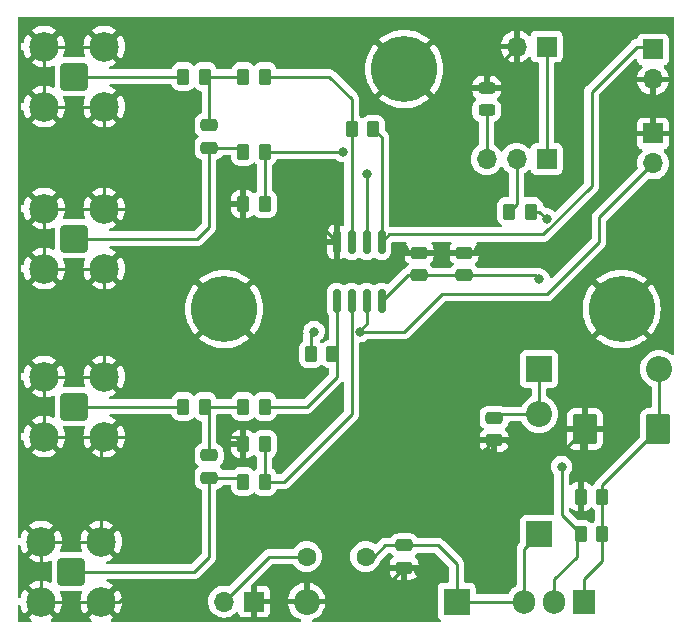
<source format=gtl>
G04 #@! TF.GenerationSoftware,KiCad,Pcbnew,7.0.2*
G04 #@! TF.CreationDate,2024-02-08T16:58:34+01:00*
G04 #@! TF.ProjectId,FilterAndHalfBuffer,46696c74-6572-4416-9e64-48616c664275,rev?*
G04 #@! TF.SameCoordinates,Original*
G04 #@! TF.FileFunction,Copper,L1,Top*
G04 #@! TF.FilePolarity,Positive*
%FSLAX46Y46*%
G04 Gerber Fmt 4.6, Leading zero omitted, Abs format (unit mm)*
G04 Created by KiCad (PCBNEW 7.0.2) date 2024-02-08 16:58:34*
%MOMM*%
%LPD*%
G01*
G04 APERTURE LIST*
G04 Aperture macros list*
%AMRoundRect*
0 Rectangle with rounded corners*
0 $1 Rounding radius*
0 $2 $3 $4 $5 $6 $7 $8 $9 X,Y pos of 4 corners*
0 Add a 4 corners polygon primitive as box body*
4,1,4,$2,$3,$4,$5,$6,$7,$8,$9,$2,$3,0*
0 Add four circle primitives for the rounded corners*
1,1,$1+$1,$2,$3*
1,1,$1+$1,$4,$5*
1,1,$1+$1,$6,$7*
1,1,$1+$1,$8,$9*
0 Add four rect primitives between the rounded corners*
20,1,$1+$1,$2,$3,$4,$5,0*
20,1,$1+$1,$4,$5,$6,$7,0*
20,1,$1+$1,$6,$7,$8,$9,0*
20,1,$1+$1,$8,$9,$2,$3,0*%
G04 Aperture macros list end*
G04 #@! TA.AperFunction,ComponentPad*
%ADD10R,1.700000X1.700000*%
G04 #@! TD*
G04 #@! TA.AperFunction,ComponentPad*
%ADD11O,1.700000X1.700000*%
G04 #@! TD*
G04 #@! TA.AperFunction,ComponentPad*
%ADD12C,5.600000*%
G04 #@! TD*
G04 #@! TA.AperFunction,ComponentPad*
%ADD13RoundRect,0.200100X0.949900X-0.949900X0.949900X0.949900X-0.949900X0.949900X-0.949900X-0.949900X0*%
G04 #@! TD*
G04 #@! TA.AperFunction,ComponentPad*
%ADD14C,2.500000*%
G04 #@! TD*
G04 #@! TA.AperFunction,SMDPad,CuDef*
%ADD15RoundRect,0.150000X-0.150000X0.825000X-0.150000X-0.825000X0.150000X-0.825000X0.150000X0.825000X0*%
G04 #@! TD*
G04 #@! TA.AperFunction,ComponentPad*
%ADD16R,1.905000X2.000000*%
G04 #@! TD*
G04 #@! TA.AperFunction,ComponentPad*
%ADD17O,1.905000X2.000000*%
G04 #@! TD*
G04 #@! TA.AperFunction,SMDPad,CuDef*
%ADD18RoundRect,0.250000X0.262500X0.450000X-0.262500X0.450000X-0.262500X-0.450000X0.262500X-0.450000X0*%
G04 #@! TD*
G04 #@! TA.AperFunction,SMDPad,CuDef*
%ADD19RoundRect,0.250000X-0.262500X-0.450000X0.262500X-0.450000X0.262500X0.450000X-0.262500X0.450000X0*%
G04 #@! TD*
G04 #@! TA.AperFunction,ComponentPad*
%ADD20C,1.600000*%
G04 #@! TD*
G04 #@! TA.AperFunction,SMDPad,CuDef*
%ADD21RoundRect,0.243750X-0.456250X0.243750X-0.456250X-0.243750X0.456250X-0.243750X0.456250X0.243750X0*%
G04 #@! TD*
G04 #@! TA.AperFunction,ComponentPad*
%ADD22R,2.200000X2.200000*%
G04 #@! TD*
G04 #@! TA.AperFunction,ComponentPad*
%ADD23O,2.200000X2.200000*%
G04 #@! TD*
G04 #@! TA.AperFunction,SMDPad,CuDef*
%ADD24RoundRect,0.250000X0.475000X-0.250000X0.475000X0.250000X-0.475000X0.250000X-0.475000X-0.250000X0*%
G04 #@! TD*
G04 #@! TA.AperFunction,SMDPad,CuDef*
%ADD25RoundRect,0.250000X-0.475000X0.250000X-0.475000X-0.250000X0.475000X-0.250000X0.475000X0.250000X0*%
G04 #@! TD*
G04 #@! TA.AperFunction,SMDPad,CuDef*
%ADD26RoundRect,0.250000X0.787500X1.025000X-0.787500X1.025000X-0.787500X-1.025000X0.787500X-1.025000X0*%
G04 #@! TD*
G04 #@! TA.AperFunction,ViaPad*
%ADD27C,0.800000*%
G04 #@! TD*
G04 #@! TA.AperFunction,Conductor*
%ADD28C,0.250000*%
G04 #@! TD*
G04 APERTURE END LIST*
D10*
G04 #@! TO.P,J9,1,Pin_1*
G04 #@! TO.N,GND*
X126492000Y-65781000D03*
D11*
G04 #@! TO.P,J9,2,Pin_2*
G04 #@! TO.N,Net-(J9-Pin_2)*
X126492000Y-68321000D03*
G04 #@! TD*
G04 #@! TO.P,J8,2,Pin_2*
G04 #@! TO.N,GND*
X126492000Y-61209000D03*
D10*
G04 #@! TO.P,J8,1,Pin_1*
G04 #@! TO.N,Net-(J8-Pin_1)*
X126492000Y-58669000D03*
G04 #@! TD*
D12*
G04 #@! TO.P,REF\u002A\u002A,1*
G04 #@! TO.N,GND*
X123825000Y-80645000D03*
G04 #@! TD*
G04 #@! TO.P,REF\u002A\u002A,1*
G04 #@! TO.N,GND*
X105410000Y-60325000D03*
G04 #@! TD*
G04 #@! TO.P,REF\u002A\u002A,1*
G04 #@! TO.N,GND*
X90170000Y-80645000D03*
G04 #@! TD*
D10*
G04 #@! TO.P,J3,1,Pin_1*
G04 #@! TO.N,GND*
X92710000Y-105410000D03*
D11*
G04 #@! TO.P,J3,2,Pin_2*
G04 #@! TO.N,VCC*
X90170000Y-105410000D03*
G04 #@! TD*
D13*
G04 #@! TO.P,J2,1,In*
G04 #@! TO.N,Net-(J2-In)*
X77216000Y-102870000D03*
D14*
G04 #@! TO.P,J2,2,Ext*
G04 #@! TO.N,GND*
X79756000Y-105410000D03*
X74676000Y-105410000D03*
X74676000Y-100330000D03*
X79756000Y-100330000D03*
G04 #@! TD*
D13*
G04 #@! TO.P,J1,1,In*
G04 #@! TO.N,Net-(J1-In)*
X77470000Y-74676000D03*
D14*
G04 #@! TO.P,J1,2,Ext*
G04 #@! TO.N,GND*
X80010000Y-77216000D03*
X74930000Y-77216000D03*
X74930000Y-72136000D03*
X80010000Y-72136000D03*
G04 #@! TD*
D15*
G04 #@! TO.P,U3,1*
G04 #@! TO.N,Net-(J8-Pin_1)*
X103505000Y-74995000D03*
G04 #@! TO.P,U3,2,-*
G04 #@! TO.N,Net-(U3A--)*
X102235000Y-74995000D03*
G04 #@! TO.P,U3,3,+*
G04 #@! TO.N,Net-(U3A-+)*
X100965000Y-74995000D03*
G04 #@! TO.P,U3,4,V-*
G04 #@! TO.N,GND*
X99695000Y-74995000D03*
G04 #@! TO.P,U3,5,+*
G04 #@! TO.N,Net-(U3B-+)*
X99695000Y-79945000D03*
G04 #@! TO.P,U3,6,-*
G04 #@! TO.N,Net-(U3B--)*
X100965000Y-79945000D03*
G04 #@! TO.P,U3,7*
G04 #@! TO.N,Net-(J9-Pin_2)*
X102235000Y-79945000D03*
G04 #@! TO.P,U3,8,V+*
G04 #@! TO.N,+3V3*
X103505000Y-79945000D03*
G04 #@! TD*
D16*
G04 #@! TO.P,U2,1,ADJ*
G04 #@! TO.N,Net-(D3-A)*
X120650000Y-105410000D03*
D17*
G04 #@! TO.P,U2,2,VO*
G04 #@! TO.N,+3V3*
X118110000Y-105410000D03*
G04 #@! TO.P,U2,3,VI*
G04 #@! TO.N,Net-(D1-K)*
X115570000Y-105410000D03*
G04 #@! TD*
D18*
G04 #@! TO.P,R19,1*
G04 #@! TO.N,Net-(U3B-+)*
X99337500Y-84455000D03*
G04 #@! TO.P,R19,2*
G04 #@! TO.N,Net-(J9-Pin_2)*
X97512500Y-84455000D03*
G04 #@! TD*
D19*
G04 #@! TO.P,R18,1*
G04 #@! TO.N,GND*
X91797500Y-92075000D03*
G04 #@! TO.P,R18,2*
G04 #@! TO.N,Net-(U3B--)*
X93622500Y-92075000D03*
G04 #@! TD*
D18*
G04 #@! TO.P,R17,1*
G04 #@! TO.N,Net-(U3B--)*
X93622500Y-95250000D03*
G04 #@! TO.P,R17,2*
G04 #@! TO.N,Net-(J2-In)*
X91797500Y-95250000D03*
G04 #@! TD*
D19*
G04 #@! TO.P,R16,1*
G04 #@! TO.N,Net-(C9-Pad1)*
X91797500Y-88900000D03*
G04 #@! TO.P,R16,2*
G04 #@! TO.N,Net-(U3B-+)*
X93622500Y-88900000D03*
G04 #@! TD*
G04 #@! TO.P,R15,1*
G04 #@! TO.N,Net-(J7-In)*
X86717500Y-88900000D03*
G04 #@! TO.P,R15,2*
G04 #@! TO.N,Net-(C9-Pad1)*
X88542500Y-88900000D03*
G04 #@! TD*
G04 #@! TO.P,R14,1*
G04 #@! TO.N,GND*
X91797500Y-71755000D03*
G04 #@! TO.P,R14,2*
G04 #@! TO.N,Net-(U3A--)*
X93622500Y-71755000D03*
G04 #@! TD*
D18*
G04 #@! TO.P,R13,1*
G04 #@! TO.N,Net-(U3A--)*
X93622500Y-67310000D03*
G04 #@! TO.P,R13,2*
G04 #@! TO.N,Net-(J1-In)*
X91797500Y-67310000D03*
G04 #@! TD*
D19*
G04 #@! TO.P,R12,1*
G04 #@! TO.N,Net-(U3A-+)*
X100965000Y-65405000D03*
G04 #@! TO.P,R12,2*
G04 #@! TO.N,Net-(J8-Pin_1)*
X102790000Y-65405000D03*
G04 #@! TD*
G04 #@! TO.P,R11,1*
G04 #@! TO.N,Net-(C8-Pad1)*
X91797500Y-60960000D03*
G04 #@! TO.P,R11,2*
G04 #@! TO.N,Net-(U3A-+)*
X93622500Y-60960000D03*
G04 #@! TD*
G04 #@! TO.P,R10,1*
G04 #@! TO.N,Net-(J5-In)*
X86717500Y-60960000D03*
G04 #@! TO.P,R10,2*
G04 #@! TO.N,Net-(C8-Pad1)*
X88542500Y-60960000D03*
G04 #@! TD*
D18*
G04 #@! TO.P,R9,1*
G04 #@! TO.N,+3V3*
X116125000Y-72390000D03*
G04 #@! TO.P,R9,2*
G04 #@! TO.N,Net-(JP1-C)*
X114300000Y-72390000D03*
G04 #@! TD*
G04 #@! TO.P,R8,1*
G04 #@! TO.N,Net-(D3-A)*
X122197500Y-96520000D03*
G04 #@! TO.P,R8,2*
G04 #@! TO.N,GND*
X120372500Y-96520000D03*
G04 #@! TD*
D19*
G04 #@! TO.P,R7,1*
G04 #@! TO.N,+3V3*
X120372500Y-99695000D03*
G04 #@! TO.P,R7,2*
G04 #@! TO.N,Net-(D3-A)*
X122197500Y-99695000D03*
G04 #@! TD*
D10*
G04 #@! TO.P,JP1,1,A*
G04 #@! TO.N,Net-(J4-Pin_1)*
X117475000Y-67945000D03*
D11*
G04 #@! TO.P,JP1,2,C*
G04 #@! TO.N,Net-(JP1-C)*
X114935000Y-67945000D03*
G04 #@! TO.P,JP1,3,B*
G04 #@! TO.N,Net-(D4-A)*
X112395000Y-67945000D03*
G04 #@! TD*
D13*
G04 #@! TO.P,J7,1,In*
G04 #@! TO.N,Net-(J7-In)*
X77470000Y-88900000D03*
D14*
G04 #@! TO.P,J7,2,Ext*
G04 #@! TO.N,GND*
X80010000Y-91440000D03*
X74930000Y-91440000D03*
X74930000Y-86360000D03*
X80010000Y-86360000D03*
G04 #@! TD*
D13*
G04 #@! TO.P,J5,1,In*
G04 #@! TO.N,Net-(J5-In)*
X77470000Y-60960000D03*
D14*
G04 #@! TO.P,J5,2,Ext*
G04 #@! TO.N,GND*
X80010000Y-63500000D03*
X74930000Y-63500000D03*
X74930000Y-58420000D03*
X80010000Y-58420000D03*
G04 #@! TD*
D10*
G04 #@! TO.P,J4,1,Pin_1*
G04 #@! TO.N,Net-(J4-Pin_1)*
X117475000Y-58420000D03*
D11*
G04 #@! TO.P,J4,2,Pin_2*
G04 #@! TO.N,GND*
X114935000Y-58420000D03*
G04 #@! TD*
D20*
G04 #@! TO.P,F1,1*
G04 #@! TO.N,VCC*
X97155000Y-101600000D03*
G04 #@! TO.P,F1,2*
G04 #@! TO.N,Net-(D1-K)*
X102155000Y-101600000D03*
G04 #@! TD*
D21*
G04 #@! TO.P,D4,1,K*
G04 #@! TO.N,GND*
X112395000Y-61927500D03*
G04 #@! TO.P,D4,2,A*
G04 #@! TO.N,Net-(D4-A)*
X112395000Y-63802500D03*
G04 #@! TD*
D22*
G04 #@! TO.P,D3,1,K*
G04 #@! TO.N,+3V3*
X116840000Y-85725000D03*
D23*
G04 #@! TO.P,D3,2,A*
G04 #@! TO.N,Net-(D3-A)*
X127000000Y-85725000D03*
G04 #@! TD*
D22*
G04 #@! TO.P,D2,1,K*
G04 #@! TO.N,Net-(D1-K)*
X116840000Y-99695000D03*
D23*
G04 #@! TO.P,D2,2,A*
G04 #@! TO.N,+3V3*
X116840000Y-89535000D03*
G04 #@! TD*
D22*
G04 #@! TO.P,D1,1,K*
G04 #@! TO.N,Net-(D1-K)*
X109855000Y-105410000D03*
D23*
G04 #@! TO.P,D1,2,A*
G04 #@! TO.N,GND*
X97155000Y-105410000D03*
G04 #@! TD*
D24*
G04 #@! TO.P,C11,1*
G04 #@! TO.N,+3V3*
X106680000Y-77785000D03*
G04 #@! TO.P,C11,2*
G04 #@! TO.N,GND*
X106680000Y-75885000D03*
G04 #@! TD*
G04 #@! TO.P,C10,1*
G04 #@! TO.N,+3V3*
X110490000Y-77785000D03*
G04 #@! TO.P,C10,2*
G04 #@! TO.N,GND*
X110490000Y-75885000D03*
G04 #@! TD*
D25*
G04 #@! TO.P,C9,1*
G04 #@! TO.N,Net-(C9-Pad1)*
X88900000Y-93030000D03*
G04 #@! TO.P,C9,2*
G04 #@! TO.N,Net-(J2-In)*
X88900000Y-94930000D03*
G04 #@! TD*
G04 #@! TO.P,C8,2*
G04 #@! TO.N,Net-(J1-In)*
X88900000Y-66990000D03*
G04 #@! TO.P,C8,1*
G04 #@! TO.N,Net-(C8-Pad1)*
X88900000Y-65090000D03*
G04 #@! TD*
G04 #@! TO.P,C7,1*
G04 #@! TO.N,+3V3*
X113030000Y-89855000D03*
G04 #@! TO.P,C7,2*
G04 #@! TO.N,GND*
X113030000Y-91755000D03*
G04 #@! TD*
D26*
G04 #@! TO.P,C6,1*
G04 #@! TO.N,Net-(D3-A)*
X126937500Y-90805000D03*
G04 #@! TO.P,C6,2*
G04 #@! TO.N,GND*
X120712500Y-90805000D03*
G04 #@! TD*
D25*
G04 #@! TO.P,C5,1*
G04 #@! TO.N,Net-(D1-K)*
X105410000Y-100650000D03*
G04 #@! TO.P,C5,2*
G04 #@! TO.N,GND*
X105410000Y-102550000D03*
G04 #@! TD*
D27*
G04 #@! TO.N,+3V3*
X118745000Y-93980000D03*
X117475000Y-73025000D03*
X116840000Y-78105000D03*
G04 #@! TO.N,GND*
X111760000Y-75565000D03*
X98425000Y-73660000D03*
X105410000Y-75565000D03*
X112395000Y-92710000D03*
X81915000Y-104775000D03*
X90170000Y-91440000D03*
X82550000Y-91440000D03*
X90170000Y-71755000D03*
X82550000Y-71755000D03*
X106680000Y-102870000D03*
G04 #@! TO.N,Net-(J9-Pin_2)*
X97790000Y-82550000D03*
X101689500Y-82550000D03*
G04 #@! TO.N,Net-(U3A--)*
X100240500Y-67310000D03*
X102235000Y-69215000D03*
G04 #@! TD*
D28*
G04 #@! TO.N,Net-(J9-Pin_2)*
X126492000Y-68321000D02*
X121920000Y-72893000D01*
X121920000Y-72893000D02*
X121920000Y-74930000D01*
G04 #@! TO.N,+3V3*
X118745000Y-98067500D02*
X118745000Y-93980000D01*
X120372500Y-99695000D02*
X118745000Y-98067500D01*
G04 #@! TO.N,Net-(J9-Pin_2)*
X101689500Y-82550000D02*
X105410000Y-82550000D01*
X105410000Y-82550000D02*
X108585000Y-79375000D01*
X117475000Y-79375000D02*
X121920000Y-74930000D01*
X108585000Y-79375000D02*
X117475000Y-79375000D01*
G04 #@! TO.N,Net-(J8-Pin_1)*
X121285000Y-70240305D02*
X121285000Y-62230000D01*
X117197805Y-74327500D02*
X121285000Y-70240305D01*
X104172500Y-74327500D02*
X117197805Y-74327500D01*
X103505000Y-74995000D02*
X104172500Y-74327500D01*
X121285000Y-62230000D02*
X125095000Y-58420000D01*
X125095000Y-58420000D02*
X126365000Y-58420000D01*
G04 #@! TO.N,+3V3*
X116840000Y-72390000D02*
X117475000Y-73025000D01*
X116125000Y-72390000D02*
X116840000Y-72390000D01*
G04 #@! TO.N,GND*
X112395000Y-61927500D02*
X112395000Y-60960000D01*
X112395000Y-60960000D02*
X114935000Y-58420000D01*
G04 #@! TO.N,Net-(J4-Pin_1)*
X117475000Y-67945000D02*
X117475000Y-58420000D01*
G04 #@! TO.N,Net-(D4-A)*
X112395000Y-67945000D02*
X112395000Y-63802500D01*
G04 #@! TO.N,Net-(JP1-C)*
X114300000Y-72390000D02*
X114935000Y-71755000D01*
X114935000Y-71755000D02*
X114935000Y-67945000D01*
G04 #@! TO.N,+3V3*
X116840000Y-78105000D02*
X116520000Y-77785000D01*
X116520000Y-77785000D02*
X110490000Y-77785000D01*
G04 #@! TO.N,GND*
X111440000Y-75885000D02*
X111760000Y-75565000D01*
X110490000Y-75885000D02*
X111440000Y-75885000D01*
X106680000Y-75885000D02*
X110490000Y-75885000D01*
X106680000Y-75885000D02*
X105730000Y-75885000D01*
X98425000Y-73725000D02*
X99695000Y-74995000D01*
X105730000Y-75885000D02*
X105410000Y-75565000D01*
X98425000Y-73660000D02*
X98425000Y-73725000D01*
G04 #@! TO.N,+3V3*
X106680000Y-77785000D02*
X110490000Y-77785000D01*
X103505000Y-79945000D02*
X103570000Y-79945000D01*
X105730000Y-77785000D02*
X106680000Y-77785000D01*
X103570000Y-79945000D02*
X105730000Y-77785000D01*
G04 #@! TO.N,GND*
X112395000Y-92710000D02*
X112395000Y-92390000D01*
X112395000Y-92390000D02*
X113030000Y-91755000D01*
X81280000Y-105410000D02*
X81915000Y-104775000D01*
X79756000Y-105410000D02*
X81280000Y-105410000D01*
X80010000Y-91440000D02*
X82550000Y-91440000D01*
X90170000Y-91440000D02*
X91162500Y-91440000D01*
X91162500Y-91440000D02*
X91797500Y-92075000D01*
X80010000Y-72136000D02*
X82169000Y-72136000D01*
X82169000Y-72136000D02*
X82550000Y-71755000D01*
X90170000Y-71755000D02*
X91797500Y-71755000D01*
X74930000Y-58420000D02*
X80010000Y-58420000D01*
X74930000Y-63500000D02*
X74930000Y-58420000D01*
X80010000Y-63500000D02*
X74930000Y-63500000D01*
X80010000Y-72136000D02*
X80010000Y-63500000D01*
X74930000Y-72136000D02*
X80010000Y-72136000D01*
X74930000Y-77216000D02*
X74930000Y-72136000D01*
X80010000Y-77216000D02*
X74930000Y-77216000D01*
X80010000Y-86360000D02*
X80010000Y-77216000D01*
X74930000Y-86360000D02*
X80010000Y-86360000D01*
X74930000Y-91440000D02*
X74930000Y-86360000D01*
X80010000Y-91440000D02*
X74930000Y-91440000D01*
X79756000Y-100330000D02*
X79756000Y-91694000D01*
X79756000Y-91694000D02*
X80010000Y-91440000D01*
X74676000Y-100330000D02*
X79756000Y-100330000D01*
X74676000Y-105410000D02*
X74676000Y-100330000D01*
X79756000Y-105410000D02*
X74676000Y-105410000D01*
X113030000Y-91755000D02*
X113980000Y-91755000D01*
X113980000Y-91755000D02*
X114935000Y-92710000D01*
X114935000Y-92710000D02*
X118807500Y-92710000D01*
X118807500Y-92710000D02*
X120712500Y-90805000D01*
X120372500Y-96520000D02*
X120372500Y-91145000D01*
X120372500Y-91145000D02*
X120712500Y-90805000D01*
X106360000Y-102550000D02*
X106680000Y-102870000D01*
X105410000Y-102550000D02*
X106360000Y-102550000D01*
G04 #@! TO.N,+3V3*
X113030000Y-89855000D02*
X113350000Y-89535000D01*
X113350000Y-89535000D02*
X116840000Y-89535000D01*
X116840000Y-89535000D02*
X116840000Y-85725000D01*
G04 #@! TO.N,Net-(D3-A)*
X126937500Y-90805000D02*
X127000000Y-90742500D01*
X127000000Y-90742500D02*
X127000000Y-85725000D01*
X122197500Y-96520000D02*
X122197500Y-95545000D01*
X122197500Y-95545000D02*
X126937500Y-90805000D01*
X120650000Y-105410000D02*
X120650000Y-103505000D01*
X120650000Y-103505000D02*
X122197500Y-101957500D01*
X122197500Y-101957500D02*
X122197500Y-99695000D01*
X122197500Y-99695000D02*
X122197500Y-96520000D01*
G04 #@! TO.N,+3V3*
X118110000Y-103505000D02*
X120015000Y-101600000D01*
X118110000Y-105410000D02*
X118110000Y-103505000D01*
X120015000Y-101600000D02*
X120015000Y-100052500D01*
X120015000Y-100052500D02*
X120372500Y-99695000D01*
G04 #@! TO.N,Net-(D1-K)*
X115570000Y-105410000D02*
X115570000Y-100965000D01*
X115570000Y-100965000D02*
X116840000Y-99695000D01*
G04 #@! TO.N,VCC*
X90170000Y-105410000D02*
X93980000Y-101600000D01*
X93980000Y-101600000D02*
X97155000Y-101600000D01*
G04 #@! TO.N,GND*
X92710000Y-105410000D02*
X97155000Y-105410000D01*
G04 #@! TO.N,Net-(D1-K)*
X109855000Y-105410000D02*
X115570000Y-105410000D01*
G04 #@! TO.N,GND*
X97155000Y-105410000D02*
X102550000Y-105410000D01*
X102550000Y-105410000D02*
X105410000Y-102550000D01*
G04 #@! TO.N,Net-(D1-K)*
X105410000Y-100650000D02*
X108270000Y-100650000D01*
X108270000Y-100650000D02*
X109855000Y-102235000D01*
X109855000Y-102235000D02*
X109855000Y-105410000D01*
X102155000Y-101600000D02*
X102870000Y-101600000D01*
X102870000Y-101600000D02*
X103820000Y-100650000D01*
X103820000Y-100650000D02*
X105410000Y-100650000D01*
G04 #@! TO.N,Net-(U3B--)*
X93622500Y-95250000D02*
X93622500Y-92075000D01*
G04 #@! TO.N,Net-(J9-Pin_2)*
X101689500Y-82460500D02*
X102235000Y-81915000D01*
X101689500Y-82550000D02*
X101689500Y-82460500D01*
X97512500Y-82827500D02*
X97790000Y-82550000D01*
X97512500Y-84455000D02*
X97512500Y-82827500D01*
X102235000Y-81915000D02*
X102235000Y-79945000D01*
G04 #@! TO.N,Net-(U3A--)*
X93622500Y-71755000D02*
X93622500Y-67310000D01*
G04 #@! TO.N,Net-(J8-Pin_1)*
X103505000Y-74995000D02*
X103505000Y-66120000D01*
X103505000Y-66120000D02*
X102790000Y-65405000D01*
G04 #@! TO.N,Net-(U3B--)*
X95250000Y-95250000D02*
X100965000Y-89535000D01*
X93622500Y-95250000D02*
X95250000Y-95250000D01*
X100965000Y-89535000D02*
X100965000Y-79945000D01*
G04 #@! TO.N,Net-(U3B-+)*
X93622500Y-88900000D02*
X97155000Y-88900000D01*
X99695000Y-86360000D02*
X99695000Y-79945000D01*
X97155000Y-88900000D02*
X99695000Y-86360000D01*
G04 #@! TO.N,Net-(U3A--)*
X102235000Y-74995000D02*
X102235000Y-69215000D01*
X100240500Y-67310000D02*
X93622500Y-67310000D01*
G04 #@! TO.N,Net-(U3A-+)*
X100965000Y-74995000D02*
X100965000Y-62865000D01*
X100965000Y-62865000D02*
X99060000Y-60960000D01*
X99060000Y-60960000D02*
X93622500Y-60960000D01*
G04 #@! TO.N,Net-(J1-In)*
X88900000Y-66990000D02*
X91477500Y-66990000D01*
X91477500Y-66990000D02*
X91797500Y-67310000D01*
G04 #@! TO.N,Net-(J2-In)*
X88900000Y-94930000D02*
X91477500Y-94930000D01*
X91477500Y-94930000D02*
X91797500Y-95250000D01*
X87630000Y-102870000D02*
X88900000Y-101600000D01*
X77216000Y-102870000D02*
X87630000Y-102870000D01*
X88900000Y-101600000D02*
X88900000Y-94930000D01*
G04 #@! TO.N,Net-(J1-In)*
X87884000Y-74676000D02*
X88900000Y-73660000D01*
X77470000Y-74676000D02*
X87884000Y-74676000D01*
X88900000Y-73660000D02*
X88900000Y-66990000D01*
G04 #@! TO.N,Net-(C9-Pad1)*
X88900000Y-93030000D02*
X88900000Y-89257500D01*
X88900000Y-89257500D02*
X88542500Y-88900000D01*
X88542500Y-88900000D02*
X91797500Y-88900000D01*
G04 #@! TO.N,Net-(J7-In)*
X77470000Y-88900000D02*
X86717500Y-88900000D01*
G04 #@! TO.N,Net-(C8-Pad1)*
X88542500Y-60960000D02*
X91797500Y-60960000D01*
X88900000Y-65090000D02*
X88900000Y-61317500D01*
X88900000Y-61317500D02*
X88542500Y-60960000D01*
G04 #@! TO.N,Net-(J5-In)*
X77470000Y-60960000D02*
X86717500Y-60960000D01*
G04 #@! TD*
G04 #@! TA.AperFunction,Conductor*
G04 #@! TO.N,GND*
G36*
X73175703Y-72422113D02*
G01*
X73213477Y-72480891D01*
X73215391Y-72488233D01*
X73253060Y-72653270D01*
X73348882Y-72897424D01*
X73480027Y-73124573D01*
X73527873Y-73184571D01*
X73527874Y-73184571D01*
X74178766Y-72533679D01*
X74222316Y-72615822D01*
X74342009Y-72756735D01*
X74489195Y-72868623D01*
X74531402Y-72888150D01*
X73880831Y-73538720D01*
X74052546Y-73655793D01*
X74288860Y-73769596D01*
X74539496Y-73846908D01*
X74798856Y-73886000D01*
X75061144Y-73886000D01*
X75320503Y-73846908D01*
X75571136Y-73769597D01*
X75641697Y-73735617D01*
X75710639Y-73724265D01*
X75774773Y-73751986D01*
X75813739Y-73809981D01*
X75819500Y-73847337D01*
X75819500Y-75504662D01*
X75799815Y-75571701D01*
X75747011Y-75617456D01*
X75677853Y-75627400D01*
X75641699Y-75616382D01*
X75571142Y-75582404D01*
X75320503Y-75505091D01*
X75061144Y-75466000D01*
X74798856Y-75466000D01*
X74539496Y-75505091D01*
X74288860Y-75582403D01*
X74052545Y-75696206D01*
X73880831Y-75813278D01*
X74531390Y-76463837D01*
X74412569Y-76535331D01*
X74278342Y-76662477D01*
X74175138Y-76814692D01*
X73527873Y-76167427D01*
X73480028Y-76227424D01*
X73348882Y-76454576D01*
X73253059Y-76698729D01*
X73215391Y-76863766D01*
X73181282Y-76924744D01*
X73119621Y-76957602D01*
X73049983Y-76951907D01*
X72994480Y-76909467D01*
X72970732Y-76843757D01*
X72970500Y-76836173D01*
X72970500Y-72515826D01*
X72990185Y-72448787D01*
X73042989Y-72403032D01*
X73112147Y-72393088D01*
X73175703Y-72422113D01*
G37*
G04 #@! TD.AperFunction*
G04 #@! TA.AperFunction,Conductor*
G36*
X73175703Y-58706113D02*
G01*
X73213477Y-58764891D01*
X73215391Y-58772233D01*
X73253060Y-58937270D01*
X73348882Y-59181424D01*
X73480027Y-59408573D01*
X73527873Y-59468571D01*
X73527874Y-59468571D01*
X74178766Y-58817679D01*
X74222316Y-58899822D01*
X74342009Y-59040735D01*
X74489195Y-59152623D01*
X74531402Y-59172150D01*
X73880831Y-59822720D01*
X74052546Y-59939793D01*
X74288860Y-60053596D01*
X74539496Y-60130908D01*
X74798856Y-60170000D01*
X75061144Y-60170000D01*
X75320503Y-60130908D01*
X75571136Y-60053597D01*
X75641697Y-60019617D01*
X75710639Y-60008265D01*
X75774773Y-60035986D01*
X75813739Y-60093981D01*
X75819500Y-60131337D01*
X75819500Y-61788662D01*
X75799815Y-61855701D01*
X75747011Y-61901456D01*
X75677853Y-61911400D01*
X75641699Y-61900382D01*
X75571142Y-61866404D01*
X75320503Y-61789091D01*
X75061144Y-61750000D01*
X74798856Y-61750000D01*
X74539496Y-61789091D01*
X74288860Y-61866403D01*
X74052545Y-61980206D01*
X73880831Y-62097278D01*
X74531390Y-62747837D01*
X74412569Y-62819331D01*
X74278342Y-62946477D01*
X74175138Y-63098692D01*
X73527873Y-62451427D01*
X73480028Y-62511424D01*
X73348882Y-62738576D01*
X73253059Y-62982729D01*
X73215391Y-63147766D01*
X73181282Y-63208744D01*
X73119621Y-63241602D01*
X73049983Y-63235907D01*
X72994480Y-63193467D01*
X72970732Y-63127757D01*
X72970500Y-63120173D01*
X72970500Y-58799826D01*
X72990185Y-58732787D01*
X73042989Y-58687032D01*
X73112147Y-58677088D01*
X73175703Y-58706113D01*
G37*
G04 #@! TD.AperFunction*
G04 #@! TA.AperFunction,Conductor*
G36*
X128212539Y-55900185D02*
G01*
X128258294Y-55952989D01*
X128269500Y-56004500D01*
X128269500Y-84435482D01*
X128249815Y-84502521D01*
X128197011Y-84548276D01*
X128127853Y-84558220D01*
X128064968Y-84529772D01*
X127943659Y-84426164D01*
X127728859Y-84294534D01*
X127612484Y-84246330D01*
X127496110Y-84198126D01*
X127251149Y-84139317D01*
X127062882Y-84124500D01*
X127000000Y-84119551D01*
X126999999Y-84119551D01*
X126748850Y-84139317D01*
X126503889Y-84198126D01*
X126271139Y-84294535D01*
X126056342Y-84426163D01*
X125864776Y-84589776D01*
X125701163Y-84781342D01*
X125569535Y-84996139D01*
X125473126Y-85228889D01*
X125414317Y-85473850D01*
X125394551Y-85725000D01*
X125414317Y-85976149D01*
X125473126Y-86221110D01*
X125473360Y-86221674D01*
X125569534Y-86453859D01*
X125701164Y-86668659D01*
X125864776Y-86860224D01*
X126056341Y-87023836D01*
X126127317Y-87067330D01*
X126271135Y-87155463D01*
X126271138Y-87155464D01*
X126271141Y-87155466D01*
X126297951Y-87166571D01*
X126352354Y-87210408D01*
X126374421Y-87276702D01*
X126374500Y-87281132D01*
X126374500Y-88905500D01*
X126354815Y-88972539D01*
X126302011Y-89018294D01*
X126250501Y-89029500D01*
X126103141Y-89029500D01*
X126103121Y-89029500D01*
X126099992Y-89029501D01*
X126096860Y-89029820D01*
X126096858Y-89029821D01*
X125997203Y-89040000D01*
X125830665Y-89095186D01*
X125681342Y-89187288D01*
X125557288Y-89311342D01*
X125465186Y-89460665D01*
X125410000Y-89627202D01*
X125399819Y-89726858D01*
X125399817Y-89726878D01*
X125399500Y-89729991D01*
X125399500Y-89733119D01*
X125399499Y-89733139D01*
X125399499Y-91407045D01*
X125379814Y-91474085D01*
X125363180Y-91494726D01*
X121813708Y-95044199D01*
X121797610Y-95057096D01*
X121749596Y-95108225D01*
X121746892Y-95111016D01*
X121730128Y-95127780D01*
X121730121Y-95127787D01*
X121727380Y-95130529D01*
X121724999Y-95133597D01*
X121724990Y-95133608D01*
X121724911Y-95133711D01*
X121717342Y-95142572D01*
X121687435Y-95174420D01*
X121677785Y-95191974D01*
X121667109Y-95208228D01*
X121654826Y-95224063D01*
X121637475Y-95264158D01*
X121632338Y-95274644D01*
X121611302Y-95312908D01*
X121606321Y-95332309D01*
X121600020Y-95350711D01*
X121589473Y-95375086D01*
X121544785Y-95428796D01*
X121540767Y-95431382D01*
X121466346Y-95477285D01*
X121372327Y-95571304D01*
X121311004Y-95604788D01*
X121241312Y-95599804D01*
X121196965Y-95571303D01*
X121103345Y-95477683D01*
X120954122Y-95385642D01*
X120787696Y-95330493D01*
X120688109Y-95320319D01*
X120681832Y-95320000D01*
X120622500Y-95320000D01*
X120622500Y-97719999D01*
X120681829Y-97719999D01*
X120688111Y-97719678D01*
X120787695Y-97709506D01*
X120954122Y-97654357D01*
X121103344Y-97562316D01*
X121196964Y-97468696D01*
X121258287Y-97435210D01*
X121327978Y-97440194D01*
X121372327Y-97468695D01*
X121466344Y-97562712D01*
X121513096Y-97591548D01*
X121559821Y-97643495D01*
X121572000Y-97697087D01*
X121572000Y-98517911D01*
X121552315Y-98584950D01*
X121513098Y-98623449D01*
X121466342Y-98652288D01*
X121372681Y-98745950D01*
X121311358Y-98779435D01*
X121241666Y-98774451D01*
X121197319Y-98745950D01*
X121103657Y-98652288D01*
X120954334Y-98560186D01*
X120787797Y-98505000D01*
X120688141Y-98494819D01*
X120688122Y-98494818D01*
X120685009Y-98494500D01*
X120681860Y-98494500D01*
X120107952Y-98494500D01*
X120040913Y-98474815D01*
X120020271Y-98458181D01*
X119406819Y-97844728D01*
X119373334Y-97783405D01*
X119370500Y-97757047D01*
X119370500Y-97590524D01*
X119390185Y-97523485D01*
X119442989Y-97477730D01*
X119512147Y-97467786D01*
X119575703Y-97496811D01*
X119582181Y-97502843D01*
X119641654Y-97562316D01*
X119790877Y-97654357D01*
X119957303Y-97709506D01*
X120056891Y-97719680D01*
X120063167Y-97719999D01*
X120122499Y-97719998D01*
X120122500Y-97719998D01*
X120122500Y-95320000D01*
X120122499Y-95319999D01*
X120063171Y-95320000D01*
X120056888Y-95320321D01*
X119957304Y-95330493D01*
X119790877Y-95385642D01*
X119641654Y-95477683D01*
X119582181Y-95537157D01*
X119520858Y-95570642D01*
X119451166Y-95565658D01*
X119395233Y-95523786D01*
X119370816Y-95458322D01*
X119370500Y-95449476D01*
X119370500Y-94678687D01*
X119390185Y-94611648D01*
X119402350Y-94595714D01*
X119441701Y-94552011D01*
X119477533Y-94512216D01*
X119495749Y-94480666D01*
X119572179Y-94348284D01*
X119598206Y-94268181D01*
X119630674Y-94168256D01*
X119650460Y-93980000D01*
X119630674Y-93791744D01*
X119572179Y-93611716D01*
X119572179Y-93611715D01*
X119477533Y-93447783D01*
X119350870Y-93307110D01*
X119197730Y-93195848D01*
X119024802Y-93118855D01*
X118839648Y-93079500D01*
X118839646Y-93079500D01*
X118650354Y-93079500D01*
X118650352Y-93079500D01*
X118465197Y-93118855D01*
X118292269Y-93195848D01*
X118139129Y-93307110D01*
X118012466Y-93447783D01*
X117917820Y-93611715D01*
X117859326Y-93791742D01*
X117839540Y-93980000D01*
X117859326Y-94168257D01*
X117917820Y-94348284D01*
X118012464Y-94512213D01*
X118087650Y-94595714D01*
X118117880Y-94658706D01*
X118119500Y-94678687D01*
X118119500Y-97970909D01*
X118099815Y-98037948D01*
X118047011Y-98083703D01*
X117989280Y-98094651D01*
X117987873Y-98094500D01*
X117984552Y-98094500D01*
X115695439Y-98094500D01*
X115695420Y-98094500D01*
X115692128Y-98094501D01*
X115688848Y-98094853D01*
X115688840Y-98094854D01*
X115632515Y-98100909D01*
X115497669Y-98151204D01*
X115382454Y-98237454D01*
X115296204Y-98352668D01*
X115250647Y-98474815D01*
X115245909Y-98487517D01*
X115239500Y-98547127D01*
X115239500Y-98550448D01*
X115239500Y-98550449D01*
X115239500Y-100359546D01*
X115219815Y-100426585D01*
X115203183Y-100447224D01*
X115186205Y-100464201D01*
X115186206Y-100464202D01*
X115170109Y-100477097D01*
X115122096Y-100528225D01*
X115119392Y-100531016D01*
X115102628Y-100547780D01*
X115102621Y-100547787D01*
X115099880Y-100550529D01*
X115097499Y-100553597D01*
X115097490Y-100553608D01*
X115097411Y-100553711D01*
X115089842Y-100562572D01*
X115059935Y-100594420D01*
X115050285Y-100611974D01*
X115039609Y-100628228D01*
X115027326Y-100644063D01*
X115009975Y-100684158D01*
X115004838Y-100694644D01*
X114983802Y-100732907D01*
X114978821Y-100752309D01*
X114972520Y-100770711D01*
X114964561Y-100789102D01*
X114957728Y-100832242D01*
X114955360Y-100843674D01*
X114944499Y-100885977D01*
X114944500Y-100906016D01*
X114942972Y-100925414D01*
X114939840Y-100945196D01*
X114940036Y-100947266D01*
X114943950Y-100988673D01*
X114944500Y-101000343D01*
X114944500Y-103974990D01*
X114924815Y-104042029D01*
X114879519Y-104084044D01*
X114772562Y-104141927D01*
X114582536Y-104289829D01*
X114419446Y-104466993D01*
X114287745Y-104668576D01*
X114269439Y-104710310D01*
X114224483Y-104763796D01*
X114157747Y-104784486D01*
X114155883Y-104784500D01*
X111579499Y-104784500D01*
X111512460Y-104764815D01*
X111466705Y-104712011D01*
X111455499Y-104660500D01*
X111455499Y-104265439D01*
X111455499Y-104262128D01*
X111449091Y-104202517D01*
X111398796Y-104067669D01*
X111312546Y-103952454D01*
X111197331Y-103866204D01*
X111062483Y-103815909D01*
X111021066Y-103811456D01*
X111006166Y-103809854D01*
X111006165Y-103809853D01*
X111002873Y-103809500D01*
X110999551Y-103809500D01*
X110604500Y-103809500D01*
X110537461Y-103789815D01*
X110491706Y-103737011D01*
X110480500Y-103685500D01*
X110480500Y-102317739D01*
X110482763Y-102297238D01*
X110482669Y-102294256D01*
X110480561Y-102227143D01*
X110480500Y-102223249D01*
X110480500Y-102199544D01*
X110480500Y-102195650D01*
X110479998Y-102191681D01*
X110479080Y-102180024D01*
X110477709Y-102136372D01*
X110472119Y-102117134D01*
X110468174Y-102098082D01*
X110465664Y-102078208D01*
X110449578Y-102037581D01*
X110445805Y-102026560D01*
X110433617Y-101984610D01*
X110429296Y-101977304D01*
X110423421Y-101967369D01*
X110414863Y-101949902D01*
X110407486Y-101931268D01*
X110381798Y-101895912D01*
X110375409Y-101886184D01*
X110353170Y-101848579D01*
X110339006Y-101834415D01*
X110326369Y-101819620D01*
X110314595Y-101803414D01*
X110301869Y-101792886D01*
X110280935Y-101775568D01*
X110272305Y-101767714D01*
X108770802Y-100266211D01*
X108757906Y-100250113D01*
X108706775Y-100202098D01*
X108703978Y-100199387D01*
X108687227Y-100182636D01*
X108684471Y-100179880D01*
X108681290Y-100177412D01*
X108672422Y-100169837D01*
X108640582Y-100139938D01*
X108623024Y-100130285D01*
X108606764Y-100119604D01*
X108590936Y-100107327D01*
X108550851Y-100089980D01*
X108540361Y-100084841D01*
X108502091Y-100063802D01*
X108482691Y-100058821D01*
X108464284Y-100052519D01*
X108445897Y-100044562D01*
X108402758Y-100037729D01*
X108391324Y-100035361D01*
X108349019Y-100024500D01*
X108328984Y-100024500D01*
X108309586Y-100022973D01*
X108302162Y-100021797D01*
X108289805Y-100019840D01*
X108289804Y-100019840D01*
X108264468Y-100022235D01*
X108246325Y-100023950D01*
X108234656Y-100024500D01*
X106604378Y-100024500D01*
X106537339Y-100004815D01*
X106498839Y-99965596D01*
X106477711Y-99931342D01*
X106353657Y-99807288D01*
X106204334Y-99715186D01*
X106037797Y-99660000D01*
X105938141Y-99649819D01*
X105938122Y-99649818D01*
X105935009Y-99649500D01*
X105931860Y-99649500D01*
X104888140Y-99649500D01*
X104888120Y-99649500D01*
X104884992Y-99649501D01*
X104881860Y-99649820D01*
X104881858Y-99649821D01*
X104782203Y-99660000D01*
X104615665Y-99715186D01*
X104466342Y-99807288D01*
X104342288Y-99931342D01*
X104321161Y-99965596D01*
X104269213Y-100012321D01*
X104215622Y-100024500D01*
X103902744Y-100024500D01*
X103882237Y-100022235D01*
X103812127Y-100024439D01*
X103808232Y-100024500D01*
X103780650Y-100024500D01*
X103776805Y-100024985D01*
X103776780Y-100024987D01*
X103776653Y-100025004D01*
X103765033Y-100025918D01*
X103721369Y-100027290D01*
X103702129Y-100032880D01*
X103683081Y-100036825D01*
X103663209Y-100039335D01*
X103622599Y-100055413D01*
X103611554Y-100059194D01*
X103569610Y-100071381D01*
X103552365Y-100081579D01*
X103534904Y-100090133D01*
X103516267Y-100097512D01*
X103480931Y-100123185D01*
X103471174Y-100129595D01*
X103433580Y-100151829D01*
X103419413Y-100165996D01*
X103404624Y-100178626D01*
X103388413Y-100190404D01*
X103360572Y-100224058D01*
X103352711Y-100232697D01*
X103062604Y-100522804D01*
X103001281Y-100556289D01*
X102931589Y-100551305D01*
X102903802Y-100536699D01*
X102807734Y-100469432D01*
X102682230Y-100410908D01*
X102601497Y-100373261D01*
X102381689Y-100314364D01*
X102155000Y-100294531D01*
X101928310Y-100314364D01*
X101708502Y-100373261D01*
X101502264Y-100469432D01*
X101315859Y-100599953D01*
X101154953Y-100760859D01*
X101024432Y-100947264D01*
X100928261Y-101153502D01*
X100869364Y-101373310D01*
X100849531Y-101600000D01*
X100869364Y-101826689D01*
X100928261Y-102046497D01*
X101024432Y-102252735D01*
X101154953Y-102439140D01*
X101315859Y-102600046D01*
X101502264Y-102730567D01*
X101502265Y-102730567D01*
X101502266Y-102730568D01*
X101708504Y-102826739D01*
X101928308Y-102885635D01*
X102155000Y-102905468D01*
X102381692Y-102885635D01*
X102601496Y-102826739D01*
X102658838Y-102800000D01*
X104185001Y-102800000D01*
X104185001Y-102846829D01*
X104185321Y-102853111D01*
X104195493Y-102952695D01*
X104250642Y-103119122D01*
X104342683Y-103268345D01*
X104466654Y-103392316D01*
X104615877Y-103484357D01*
X104782303Y-103539506D01*
X104881890Y-103549680D01*
X104888168Y-103549999D01*
X105159999Y-103549999D01*
X105160000Y-103549998D01*
X105160000Y-102800000D01*
X105660000Y-102800000D01*
X105660000Y-103549999D01*
X105931829Y-103549999D01*
X105938111Y-103549678D01*
X106037695Y-103539506D01*
X106204122Y-103484357D01*
X106353345Y-103392316D01*
X106477316Y-103268345D01*
X106569357Y-103119122D01*
X106624506Y-102952696D01*
X106634680Y-102853109D01*
X106635000Y-102846831D01*
X106635000Y-102800000D01*
X105660000Y-102800000D01*
X105160000Y-102800000D01*
X104185001Y-102800000D01*
X102658838Y-102800000D01*
X102807734Y-102730568D01*
X102994139Y-102600047D01*
X103155047Y-102439139D01*
X103285568Y-102252734D01*
X103381739Y-102046496D01*
X103400094Y-101977988D01*
X103432186Y-101922402D01*
X104042771Y-101311819D01*
X104104095Y-101278334D01*
X104130453Y-101275500D01*
X104215622Y-101275500D01*
X104282661Y-101295185D01*
X104321161Y-101334404D01*
X104342288Y-101368657D01*
X104466340Y-101492709D01*
X104466342Y-101492710D01*
X104466344Y-101492712D01*
X104469652Y-101494752D01*
X104516379Y-101546698D01*
X104527603Y-101615660D01*
X104499762Y-101679744D01*
X104469659Y-101705830D01*
X104466654Y-101707683D01*
X104342683Y-101831654D01*
X104250642Y-101980877D01*
X104195493Y-102147303D01*
X104185319Y-102246890D01*
X104185000Y-102253168D01*
X104185000Y-102300000D01*
X106634999Y-102300000D01*
X106634999Y-102253170D01*
X106634678Y-102246888D01*
X106624506Y-102147304D01*
X106569357Y-101980877D01*
X106477316Y-101831654D01*
X106353344Y-101707682D01*
X106350343Y-101705831D01*
X106303618Y-101653883D01*
X106292397Y-101584921D01*
X106320240Y-101520839D01*
X106350345Y-101494753D01*
X106353656Y-101492712D01*
X106477712Y-101368656D01*
X106490979Y-101347145D01*
X106498839Y-101334404D01*
X106550787Y-101287679D01*
X106604378Y-101275500D01*
X107959548Y-101275500D01*
X108026587Y-101295185D01*
X108047229Y-101311819D01*
X109193182Y-102457772D01*
X109226666Y-102519093D01*
X109229500Y-102545451D01*
X109229499Y-103685500D01*
X109209814Y-103752540D01*
X109157010Y-103798294D01*
X109105499Y-103809500D01*
X108710439Y-103809500D01*
X108710420Y-103809500D01*
X108707128Y-103809501D01*
X108703848Y-103809853D01*
X108703840Y-103809854D01*
X108647515Y-103815909D01*
X108512669Y-103866204D01*
X108397454Y-103952454D01*
X108311204Y-104067668D01*
X108260910Y-104202515D01*
X108260909Y-104202517D01*
X108254500Y-104262127D01*
X108254500Y-104265448D01*
X108254500Y-104265449D01*
X108254500Y-106554560D01*
X108254500Y-106554578D01*
X108254501Y-106557872D01*
X108260909Y-106617483D01*
X108311204Y-106752331D01*
X108397454Y-106867546D01*
X108502568Y-106946234D01*
X108544438Y-107002167D01*
X108549422Y-107071858D01*
X108515937Y-107133181D01*
X108454614Y-107166666D01*
X108428256Y-107169500D01*
X97711584Y-107169500D01*
X97644545Y-107149815D01*
X97598790Y-107097011D01*
X97588846Y-107027853D01*
X97617871Y-106964297D01*
X97664131Y-106930939D01*
X97883632Y-106840017D01*
X98098364Y-106708430D01*
X98289869Y-106544869D01*
X98453430Y-106353364D01*
X98585017Y-106138632D01*
X98681396Y-105905956D01*
X98740188Y-105661068D01*
X98740272Y-105660000D01*
X97649852Y-105660000D01*
X97698559Y-105522953D01*
X97708877Y-105372114D01*
X97678116Y-105224085D01*
X97644910Y-105160000D01*
X98740271Y-105160000D01*
X98740271Y-105159999D01*
X98740188Y-105158931D01*
X98681396Y-104914043D01*
X98585017Y-104681367D01*
X98453430Y-104466635D01*
X98289869Y-104275130D01*
X98098364Y-104111569D01*
X97883632Y-103979982D01*
X97650956Y-103883603D01*
X97406070Y-103824812D01*
X97405000Y-103824727D01*
X97404999Y-104918315D01*
X97376181Y-104900791D01*
X97230596Y-104860000D01*
X97117378Y-104860000D01*
X97005217Y-104875416D01*
X96905000Y-104918946D01*
X96905000Y-103824727D01*
X96903929Y-103824812D01*
X96659043Y-103883603D01*
X96426367Y-103979982D01*
X96211635Y-104111569D01*
X96020130Y-104275130D01*
X95856569Y-104466635D01*
X95724982Y-104681367D01*
X95628603Y-104914043D01*
X95569811Y-105158931D01*
X95569728Y-105159999D01*
X95569729Y-105160000D01*
X96660148Y-105160000D01*
X96611441Y-105297047D01*
X96601123Y-105447886D01*
X96631884Y-105595915D01*
X96665090Y-105660000D01*
X95569728Y-105660000D01*
X95569811Y-105661068D01*
X95628603Y-105905956D01*
X95724982Y-106138632D01*
X95856569Y-106353364D01*
X96020130Y-106544869D01*
X96211635Y-106708430D01*
X96426367Y-106840017D01*
X96645869Y-106930939D01*
X96700272Y-106974780D01*
X96722337Y-107041074D01*
X96705058Y-107108774D01*
X96653920Y-107156384D01*
X96598416Y-107169500D01*
X80678978Y-107169500D01*
X80611939Y-107149815D01*
X80566184Y-107097011D01*
X80556240Y-107027853D01*
X80585265Y-106964297D01*
X80625178Y-106933779D01*
X80633456Y-106929792D01*
X80805167Y-106812720D01*
X80154609Y-106162161D01*
X80273431Y-106090669D01*
X80407658Y-105963523D01*
X80510861Y-105811308D01*
X81158124Y-106458571D01*
X81205972Y-106398572D01*
X81337117Y-106171423D01*
X81432940Y-105927270D01*
X81491306Y-105671552D01*
X81510907Y-105410000D01*
X81510907Y-105409999D01*
X88814340Y-105409999D01*
X88834936Y-105645407D01*
X88866240Y-105762233D01*
X88896097Y-105873663D01*
X88995965Y-106087830D01*
X89131505Y-106281401D01*
X89298599Y-106448495D01*
X89492170Y-106584035D01*
X89706337Y-106683903D01*
X89934592Y-106745063D01*
X90170000Y-106765659D01*
X90405408Y-106745063D01*
X90633663Y-106683903D01*
X90847830Y-106584035D01*
X91041401Y-106448495D01*
X91163717Y-106326178D01*
X91225036Y-106292696D01*
X91294728Y-106297680D01*
X91350662Y-106339551D01*
X91367577Y-106370528D01*
X91416647Y-106502088D01*
X91502811Y-106617188D01*
X91617910Y-106703352D01*
X91752628Y-106753599D01*
X91808867Y-106759645D01*
X91815482Y-106760000D01*
X92460000Y-106760000D01*
X92460000Y-105845501D01*
X92567685Y-105894680D01*
X92674237Y-105910000D01*
X92745763Y-105910000D01*
X92852315Y-105894680D01*
X92960000Y-105845501D01*
X92960000Y-106760000D01*
X93604518Y-106760000D01*
X93611132Y-106759645D01*
X93667371Y-106753599D01*
X93802089Y-106703352D01*
X93917188Y-106617188D01*
X94003352Y-106502089D01*
X94053599Y-106367371D01*
X94059645Y-106311132D01*
X94060000Y-106304518D01*
X94060000Y-105660000D01*
X93143686Y-105660000D01*
X93169493Y-105619844D01*
X93210000Y-105481889D01*
X93210000Y-105338111D01*
X93169493Y-105200156D01*
X93143686Y-105160000D01*
X94059999Y-105160000D01*
X94060000Y-104515481D01*
X94059645Y-104508867D01*
X94053599Y-104452628D01*
X94003352Y-104317910D01*
X93917188Y-104202811D01*
X93802089Y-104116647D01*
X93667371Y-104066400D01*
X93611132Y-104060354D01*
X93604518Y-104060000D01*
X92960000Y-104060000D01*
X92960000Y-104974498D01*
X92852315Y-104925320D01*
X92745763Y-104910000D01*
X92674237Y-104910000D01*
X92567685Y-104925320D01*
X92460000Y-104974498D01*
X92460000Y-104055951D01*
X92479685Y-103988912D01*
X92496319Y-103968270D01*
X92896601Y-103567989D01*
X94202770Y-102261819D01*
X94264094Y-102228334D01*
X94290452Y-102225500D01*
X95940812Y-102225500D01*
X96007851Y-102245185D01*
X96042387Y-102278377D01*
X96154953Y-102439140D01*
X96315859Y-102600046D01*
X96502264Y-102730567D01*
X96502265Y-102730567D01*
X96502266Y-102730568D01*
X96708504Y-102826739D01*
X96928308Y-102885635D01*
X97079435Y-102898857D01*
X97154999Y-102905468D01*
X97154999Y-102905467D01*
X97155000Y-102905468D01*
X97381692Y-102885635D01*
X97601496Y-102826739D01*
X97807734Y-102730568D01*
X97994139Y-102600047D01*
X98155047Y-102439139D01*
X98285568Y-102252734D01*
X98381739Y-102046496D01*
X98440635Y-101826692D01*
X98460468Y-101600000D01*
X98440635Y-101373308D01*
X98381739Y-101153504D01*
X98285568Y-100947266D01*
X98284118Y-100945194D01*
X98155046Y-100760859D01*
X97994140Y-100599953D01*
X97807735Y-100469432D01*
X97601497Y-100373261D01*
X97381689Y-100314364D01*
X97154999Y-100294531D01*
X96928310Y-100314364D01*
X96708502Y-100373261D01*
X96502264Y-100469432D01*
X96315859Y-100599953D01*
X96154953Y-100760859D01*
X96042387Y-100921623D01*
X95987811Y-100965248D01*
X95940812Y-100974500D01*
X94062744Y-100974500D01*
X94042236Y-100972235D01*
X93972113Y-100974439D01*
X93968219Y-100974500D01*
X93940650Y-100974500D01*
X93936794Y-100974986D01*
X93936791Y-100974987D01*
X93936735Y-100974994D01*
X93936662Y-100975003D01*
X93925043Y-100975917D01*
X93881372Y-100977289D01*
X93862128Y-100982880D01*
X93843084Y-100986824D01*
X93823208Y-100989335D01*
X93782600Y-101005413D01*
X93771554Y-101009194D01*
X93729610Y-101021382D01*
X93729607Y-101021383D01*
X93712365Y-101031579D01*
X93694904Y-101040133D01*
X93676267Y-101047512D01*
X93640931Y-101073185D01*
X93631174Y-101079595D01*
X93593580Y-101101829D01*
X93579413Y-101115996D01*
X93564624Y-101128626D01*
X93548413Y-101140404D01*
X93520572Y-101174058D01*
X93512711Y-101182697D01*
X90625646Y-104069761D01*
X90564323Y-104103246D01*
X90505873Y-104101855D01*
X90405408Y-104074936D01*
X90169999Y-104054340D01*
X89934592Y-104074936D01*
X89706336Y-104136097D01*
X89492170Y-104235965D01*
X89298598Y-104371505D01*
X89131505Y-104538598D01*
X88995965Y-104732170D01*
X88896097Y-104946336D01*
X88834936Y-105174592D01*
X88814340Y-105409999D01*
X81510907Y-105409999D01*
X81491306Y-105148447D01*
X81432940Y-104892729D01*
X81337117Y-104648575D01*
X81205972Y-104421426D01*
X81158125Y-104361427D01*
X80507232Y-105012319D01*
X80463684Y-104930178D01*
X80343991Y-104789265D01*
X80196805Y-104677377D01*
X80154596Y-104657849D01*
X80805167Y-104007278D01*
X80633451Y-103890205D01*
X80397139Y-103776403D01*
X80272611Y-103737991D01*
X80214352Y-103699421D01*
X80186194Y-103635476D01*
X80197078Y-103566459D01*
X80243546Y-103514282D01*
X80309161Y-103495500D01*
X87547256Y-103495500D01*
X87567762Y-103497764D01*
X87570665Y-103497672D01*
X87570667Y-103497673D01*
X87637872Y-103495561D01*
X87641768Y-103495500D01*
X87665448Y-103495500D01*
X87669350Y-103495500D01*
X87673313Y-103494999D01*
X87684962Y-103494080D01*
X87728627Y-103492709D01*
X87747859Y-103487120D01*
X87766918Y-103483174D01*
X87773196Y-103482381D01*
X87786792Y-103480664D01*
X87827407Y-103464582D01*
X87838444Y-103460803D01*
X87880390Y-103448618D01*
X87897629Y-103438422D01*
X87915102Y-103429862D01*
X87933732Y-103422486D01*
X87969064Y-103396814D01*
X87978830Y-103390400D01*
X88016418Y-103368171D01*
X88016417Y-103368171D01*
X88016420Y-103368170D01*
X88030585Y-103354004D01*
X88045373Y-103341373D01*
X88061587Y-103329594D01*
X88089438Y-103295926D01*
X88097279Y-103287309D01*
X89283788Y-102100801D01*
X89299885Y-102087906D01*
X89301873Y-102085787D01*
X89301877Y-102085786D01*
X89347949Y-102036723D01*
X89350534Y-102034055D01*
X89370120Y-102014471D01*
X89372585Y-102011292D01*
X89380167Y-102002416D01*
X89385174Y-101997084D01*
X89410062Y-101970582D01*
X89419717Y-101953018D01*
X89430394Y-101936764D01*
X89442673Y-101920936D01*
X89460018Y-101880852D01*
X89465160Y-101870356D01*
X89476465Y-101849793D01*
X89486197Y-101832092D01*
X89491179Y-101812684D01*
X89497481Y-101794280D01*
X89505437Y-101775896D01*
X89512269Y-101732752D01*
X89514633Y-101721338D01*
X89525500Y-101679019D01*
X89525500Y-101658982D01*
X89527027Y-101639584D01*
X89528473Y-101630453D01*
X89530160Y-101619804D01*
X89526050Y-101576324D01*
X89525500Y-101564655D01*
X89525500Y-96010300D01*
X89545185Y-95943261D01*
X89597989Y-95897506D01*
X89610482Y-95892599D01*
X89694334Y-95864814D01*
X89843656Y-95772712D01*
X89967712Y-95648656D01*
X89988838Y-95614404D01*
X90040787Y-95567679D01*
X90094378Y-95555500D01*
X90660501Y-95555500D01*
X90727540Y-95575185D01*
X90773295Y-95627989D01*
X90784501Y-95679500D01*
X90784501Y-95750008D01*
X90784820Y-95753140D01*
X90784821Y-95753141D01*
X90795000Y-95852796D01*
X90850186Y-96019334D01*
X90942288Y-96168657D01*
X91066342Y-96292711D01*
X91122895Y-96327593D01*
X91215666Y-96384814D01*
X91327017Y-96421712D01*
X91382202Y-96439999D01*
X91481858Y-96450180D01*
X91481859Y-96450180D01*
X91484991Y-96450500D01*
X92110008Y-96450499D01*
X92212797Y-96439999D01*
X92379334Y-96384814D01*
X92528656Y-96292712D01*
X92622320Y-96199047D01*
X92683641Y-96165564D01*
X92753333Y-96170548D01*
X92797679Y-96199047D01*
X92891343Y-96292711D01*
X92891345Y-96292713D01*
X92966004Y-96338762D01*
X93040666Y-96384814D01*
X93152016Y-96421712D01*
X93207202Y-96439999D01*
X93306858Y-96450180D01*
X93306859Y-96450180D01*
X93309991Y-96450500D01*
X93935008Y-96450499D01*
X94037797Y-96439999D01*
X94204334Y-96384814D01*
X94353656Y-96292712D01*
X94477712Y-96168656D01*
X94569814Y-96019334D01*
X94589311Y-95960495D01*
X94629084Y-95903051D01*
X94693600Y-95876228D01*
X94707017Y-95875500D01*
X95167256Y-95875500D01*
X95187762Y-95877764D01*
X95190665Y-95877672D01*
X95190667Y-95877673D01*
X95257872Y-95875561D01*
X95261768Y-95875500D01*
X95285448Y-95875500D01*
X95289350Y-95875500D01*
X95293313Y-95874999D01*
X95304962Y-95874080D01*
X95348627Y-95872709D01*
X95367859Y-95867120D01*
X95386918Y-95863174D01*
X95393196Y-95862381D01*
X95406792Y-95860664D01*
X95447407Y-95844582D01*
X95458444Y-95840803D01*
X95500390Y-95828618D01*
X95517629Y-95818422D01*
X95535102Y-95809862D01*
X95553732Y-95802486D01*
X95589064Y-95776814D01*
X95598830Y-95770400D01*
X95636418Y-95748171D01*
X95636417Y-95748171D01*
X95636420Y-95748170D01*
X95650585Y-95734004D01*
X95665373Y-95721373D01*
X95681587Y-95709594D01*
X95709438Y-95675926D01*
X95717279Y-95667309D01*
X99379588Y-92005000D01*
X111805001Y-92005000D01*
X111805001Y-92051829D01*
X111805321Y-92058111D01*
X111815493Y-92157695D01*
X111870642Y-92324122D01*
X111962683Y-92473345D01*
X112086654Y-92597316D01*
X112235877Y-92689357D01*
X112402303Y-92744506D01*
X112501890Y-92754680D01*
X112508168Y-92754999D01*
X112779999Y-92754999D01*
X112780000Y-92754998D01*
X112780000Y-92005000D01*
X113279999Y-92005000D01*
X113279999Y-92754998D01*
X113280000Y-92754999D01*
X113551829Y-92754999D01*
X113558111Y-92754678D01*
X113657695Y-92744506D01*
X113824122Y-92689357D01*
X113973345Y-92597316D01*
X114097316Y-92473345D01*
X114189357Y-92324122D01*
X114244506Y-92157696D01*
X114254680Y-92058109D01*
X114255000Y-92051831D01*
X114255000Y-92005000D01*
X113279999Y-92005000D01*
X112780000Y-92005000D01*
X111805001Y-92005000D01*
X99379588Y-92005000D01*
X101232711Y-90151877D01*
X111804500Y-90151877D01*
X111804501Y-90155008D01*
X111804820Y-90158140D01*
X111804821Y-90158141D01*
X111815000Y-90257796D01*
X111870186Y-90424334D01*
X111962288Y-90573657D01*
X112086340Y-90697709D01*
X112086342Y-90697710D01*
X112086344Y-90697712D01*
X112089652Y-90699752D01*
X112136379Y-90751698D01*
X112147603Y-90820660D01*
X112119762Y-90884744D01*
X112089659Y-90910830D01*
X112086654Y-90912683D01*
X111962683Y-91036654D01*
X111870642Y-91185877D01*
X111815493Y-91352303D01*
X111805319Y-91451890D01*
X111805000Y-91458168D01*
X111805000Y-91505000D01*
X114254999Y-91505000D01*
X114254999Y-91458170D01*
X114254678Y-91451888D01*
X114244506Y-91352304D01*
X114189357Y-91185877D01*
X114097316Y-91036654D01*
X113973344Y-90912682D01*
X113970343Y-90910831D01*
X113923618Y-90858883D01*
X113912397Y-90789921D01*
X113940240Y-90725839D01*
X113970345Y-90699753D01*
X113973656Y-90697712D01*
X114097712Y-90573656D01*
X114189814Y-90424334D01*
X114244999Y-90257797D01*
X114244999Y-90257796D01*
X114249075Y-90245496D01*
X114288848Y-90188051D01*
X114353364Y-90161228D01*
X114366781Y-90160500D01*
X115283867Y-90160500D01*
X115350906Y-90180185D01*
X115396661Y-90232989D01*
X115398427Y-90237046D01*
X115409532Y-90263857D01*
X115507873Y-90424334D01*
X115541164Y-90478659D01*
X115704776Y-90670224D01*
X115896341Y-90833836D01*
X116111141Y-90965466D01*
X116343889Y-91061873D01*
X116588852Y-91120683D01*
X116840000Y-91140449D01*
X117091148Y-91120683D01*
X117336111Y-91061873D01*
X117352704Y-91055000D01*
X119175001Y-91055000D01*
X119175001Y-91876829D01*
X119175321Y-91883111D01*
X119185493Y-91982695D01*
X119240642Y-92149122D01*
X119332683Y-92298345D01*
X119456654Y-92422316D01*
X119605877Y-92514357D01*
X119772303Y-92569506D01*
X119871890Y-92579680D01*
X119878168Y-92579999D01*
X120462499Y-92579999D01*
X120462500Y-92579998D01*
X120462500Y-91055000D01*
X120962500Y-91055000D01*
X120962500Y-92579999D01*
X121546829Y-92579999D01*
X121553111Y-92579678D01*
X121652695Y-92569506D01*
X121819122Y-92514357D01*
X121968345Y-92422316D01*
X122092316Y-92298345D01*
X122184357Y-92149122D01*
X122239506Y-91982696D01*
X122249680Y-91883109D01*
X122250000Y-91876831D01*
X122250000Y-91055000D01*
X120962500Y-91055000D01*
X120462500Y-91055000D01*
X119175001Y-91055000D01*
X117352704Y-91055000D01*
X117568859Y-90965466D01*
X117783659Y-90833836D01*
X117975224Y-90670224D01*
X118073635Y-90555000D01*
X119175000Y-90555000D01*
X120462500Y-90555000D01*
X120462500Y-89030000D01*
X120962500Y-89030000D01*
X120962500Y-90555000D01*
X122249999Y-90555000D01*
X122249999Y-89733170D01*
X122249678Y-89726888D01*
X122239506Y-89627304D01*
X122184357Y-89460877D01*
X122092316Y-89311654D01*
X121968345Y-89187683D01*
X121819122Y-89095642D01*
X121652696Y-89040493D01*
X121553109Y-89030319D01*
X121546832Y-89030000D01*
X120962500Y-89030000D01*
X120462500Y-89030000D01*
X119878171Y-89030000D01*
X119871888Y-89030321D01*
X119772304Y-89040493D01*
X119605877Y-89095642D01*
X119456654Y-89187683D01*
X119332683Y-89311654D01*
X119240642Y-89460877D01*
X119185493Y-89627303D01*
X119175319Y-89726890D01*
X119175000Y-89733168D01*
X119175000Y-90555000D01*
X118073635Y-90555000D01*
X118138836Y-90478659D01*
X118270466Y-90263859D01*
X118366873Y-90031111D01*
X118425683Y-89786148D01*
X118445449Y-89535000D01*
X118425683Y-89283852D01*
X118366873Y-89038889D01*
X118270466Y-88806141D01*
X118138836Y-88591341D01*
X117975224Y-88399776D01*
X117783659Y-88236164D01*
X117707517Y-88189504D01*
X117568857Y-88104532D01*
X117542046Y-88093427D01*
X117487643Y-88049586D01*
X117465579Y-87983291D01*
X117465500Y-87978867D01*
X117465500Y-87449499D01*
X117485185Y-87382460D01*
X117537989Y-87336705D01*
X117589500Y-87325499D01*
X117984561Y-87325499D01*
X117987872Y-87325499D01*
X118047483Y-87319091D01*
X118182331Y-87268796D01*
X118297546Y-87182546D01*
X118383796Y-87067331D01*
X118434091Y-86932483D01*
X118440500Y-86872873D01*
X118440499Y-84577128D01*
X118434091Y-84517517D01*
X118383796Y-84382669D01*
X118297546Y-84267454D01*
X118182331Y-84181204D01*
X118047483Y-84130909D01*
X117987873Y-84124500D01*
X117984550Y-84124500D01*
X115695439Y-84124500D01*
X115695420Y-84124500D01*
X115692128Y-84124501D01*
X115688848Y-84124853D01*
X115688840Y-84124854D01*
X115632515Y-84130909D01*
X115497669Y-84181204D01*
X115382454Y-84267454D01*
X115296204Y-84382668D01*
X115245910Y-84517515D01*
X115245909Y-84517517D01*
X115239500Y-84577127D01*
X115239500Y-84580448D01*
X115239500Y-84580449D01*
X115239500Y-86869560D01*
X115239500Y-86869578D01*
X115239501Y-86872872D01*
X115239853Y-86876152D01*
X115239854Y-86876159D01*
X115245909Y-86932484D01*
X115263906Y-86980735D01*
X115296204Y-87067331D01*
X115382454Y-87182546D01*
X115497669Y-87268796D01*
X115632517Y-87319091D01*
X115692127Y-87325500D01*
X116090500Y-87325499D01*
X116157539Y-87345183D01*
X116203294Y-87397987D01*
X116214500Y-87449499D01*
X116214500Y-87978867D01*
X116194815Y-88045906D01*
X116142011Y-88091661D01*
X116137954Y-88093427D01*
X116111142Y-88104532D01*
X115896342Y-88236163D01*
X115704776Y-88399776D01*
X115541163Y-88591342D01*
X115409532Y-88806142D01*
X115398427Y-88832954D01*
X115354586Y-88887357D01*
X115288291Y-88909421D01*
X115283867Y-88909500D01*
X113812096Y-88909500D01*
X113773092Y-88903206D01*
X113657797Y-88865000D01*
X113558141Y-88854819D01*
X113558122Y-88854818D01*
X113555009Y-88854500D01*
X113551860Y-88854500D01*
X112508140Y-88854500D01*
X112508120Y-88854500D01*
X112504992Y-88854501D01*
X112501860Y-88854820D01*
X112501858Y-88854821D01*
X112402203Y-88865000D01*
X112235665Y-88920186D01*
X112086342Y-89012288D01*
X111962288Y-89136342D01*
X111870186Y-89285665D01*
X111815000Y-89452202D01*
X111804819Y-89551858D01*
X111804817Y-89551878D01*
X111804500Y-89554991D01*
X111804500Y-89558138D01*
X111804500Y-89558139D01*
X111804500Y-90151858D01*
X111804500Y-90151877D01*
X101232711Y-90151877D01*
X101348786Y-90035802D01*
X101364886Y-90022905D01*
X101366874Y-90020787D01*
X101366877Y-90020786D01*
X101412964Y-89971707D01*
X101415549Y-89969039D01*
X101435120Y-89949470D01*
X101437565Y-89946316D01*
X101445154Y-89937429D01*
X101475062Y-89905582D01*
X101484713Y-89888026D01*
X101495393Y-89871767D01*
X101507674Y-89855936D01*
X101525018Y-89815851D01*
X101530160Y-89805356D01*
X101535468Y-89795701D01*
X101551197Y-89767092D01*
X101556178Y-89747688D01*
X101562480Y-89729283D01*
X101570438Y-89710895D01*
X101577270Y-89667748D01*
X101579639Y-89656316D01*
X101590500Y-89614020D01*
X101590500Y-89593983D01*
X101592027Y-89574584D01*
X101594077Y-89561640D01*
X101595160Y-89554804D01*
X101591050Y-89511324D01*
X101590500Y-89499655D01*
X101590500Y-83574500D01*
X101610185Y-83507461D01*
X101662989Y-83461706D01*
X101714500Y-83450500D01*
X101784148Y-83450500D01*
X101907584Y-83424262D01*
X101969303Y-83411144D01*
X102142230Y-83334151D01*
X102295371Y-83222888D01*
X102301098Y-83216527D01*
X102360584Y-83179879D01*
X102393247Y-83175500D01*
X105327256Y-83175500D01*
X105347762Y-83177764D01*
X105350665Y-83177672D01*
X105350667Y-83177673D01*
X105417872Y-83175561D01*
X105421768Y-83175500D01*
X105445448Y-83175500D01*
X105449350Y-83175500D01*
X105453313Y-83174999D01*
X105464962Y-83174080D01*
X105508627Y-83172709D01*
X105527859Y-83167120D01*
X105546918Y-83163174D01*
X105553196Y-83162381D01*
X105566792Y-83160664D01*
X105607407Y-83144582D01*
X105618444Y-83140803D01*
X105660390Y-83128618D01*
X105677629Y-83118422D01*
X105695102Y-83109862D01*
X105713732Y-83102486D01*
X105749064Y-83076814D01*
X105758830Y-83070400D01*
X105796418Y-83048171D01*
X105796417Y-83048171D01*
X105796420Y-83048170D01*
X105810585Y-83034004D01*
X105825373Y-83021373D01*
X105841587Y-83009594D01*
X105869438Y-82975926D01*
X105877279Y-82967309D01*
X108196234Y-80648356D01*
X120520335Y-80648356D01*
X120539343Y-80998958D01*
X120540069Y-81005630D01*
X120596874Y-81352130D01*
X120598317Y-81358684D01*
X120692251Y-81697001D01*
X120694396Y-81703368D01*
X120824360Y-82029552D01*
X120827169Y-82035626D01*
X120991649Y-82345868D01*
X120995102Y-82351606D01*
X121192147Y-82642225D01*
X121196207Y-82647566D01*
X121321441Y-82795003D01*
X121321442Y-82795004D01*
X122527266Y-81589180D01*
X122690130Y-81779870D01*
X122880818Y-81942732D01*
X121672255Y-83151295D01*
X121683047Y-83161518D01*
X121688157Y-83165858D01*
X121967694Y-83378357D01*
X121973240Y-83382117D01*
X122274099Y-83563137D01*
X122280038Y-83566285D01*
X122598695Y-83713712D01*
X122604937Y-83716199D01*
X122937684Y-83828315D01*
X122944129Y-83830104D01*
X123287053Y-83905588D01*
X123293677Y-83906674D01*
X123642740Y-83944636D01*
X123649437Y-83945000D01*
X124000563Y-83945000D01*
X124007259Y-83944636D01*
X124356322Y-83906674D01*
X124362946Y-83905588D01*
X124705870Y-83830104D01*
X124712315Y-83828315D01*
X125045062Y-83716199D01*
X125051304Y-83713712D01*
X125369961Y-83566285D01*
X125375900Y-83563137D01*
X125676759Y-83382117D01*
X125682305Y-83378357D01*
X125961846Y-83165856D01*
X125966950Y-83161519D01*
X125977742Y-83151296D01*
X125977743Y-83151295D01*
X124769180Y-81942733D01*
X124959870Y-81779870D01*
X125122733Y-81589180D01*
X126328556Y-82795003D01*
X126328557Y-82795003D01*
X126453792Y-82647566D01*
X126457852Y-82642225D01*
X126654897Y-82351606D01*
X126658350Y-82345868D01*
X126822830Y-82035626D01*
X126825639Y-82029552D01*
X126955603Y-81703368D01*
X126957748Y-81697001D01*
X127051682Y-81358684D01*
X127053125Y-81352130D01*
X127109930Y-81005630D01*
X127110656Y-80998958D01*
X127129664Y-80648356D01*
X127129664Y-80641643D01*
X127110656Y-80291041D01*
X127109930Y-80284369D01*
X127053125Y-79937869D01*
X127051682Y-79931315D01*
X126957748Y-79592998D01*
X126955603Y-79586631D01*
X126825639Y-79260447D01*
X126822830Y-79254373D01*
X126658350Y-78944131D01*
X126654897Y-78938393D01*
X126457852Y-78647774D01*
X126453792Y-78642433D01*
X126328557Y-78494995D01*
X126328556Y-78494994D01*
X125122732Y-79700818D01*
X124959870Y-79510130D01*
X124769180Y-79347266D01*
X125977743Y-78138703D01*
X125966942Y-78128473D01*
X125961842Y-78124141D01*
X125682305Y-77911642D01*
X125676759Y-77907882D01*
X125375900Y-77726862D01*
X125369961Y-77723714D01*
X125051304Y-77576287D01*
X125045062Y-77573800D01*
X124712315Y-77461684D01*
X124705870Y-77459895D01*
X124362946Y-77384411D01*
X124356322Y-77383325D01*
X124007259Y-77345363D01*
X124000563Y-77345000D01*
X123649437Y-77345000D01*
X123642740Y-77345363D01*
X123293677Y-77383325D01*
X123287053Y-77384411D01*
X122944129Y-77459895D01*
X122937684Y-77461684D01*
X122604937Y-77573800D01*
X122598695Y-77576287D01*
X122280038Y-77723714D01*
X122274099Y-77726862D01*
X121973240Y-77907882D01*
X121967694Y-77911642D01*
X121688149Y-78124146D01*
X121683054Y-78128474D01*
X121672256Y-78138702D01*
X121672255Y-78138703D01*
X122880819Y-79347266D01*
X122690130Y-79510130D01*
X122527266Y-79700818D01*
X121321442Y-78494994D01*
X121321441Y-78494995D01*
X121196207Y-78642433D01*
X121192147Y-78647774D01*
X120995102Y-78938393D01*
X120991649Y-78944131D01*
X120827169Y-79254373D01*
X120824360Y-79260447D01*
X120694396Y-79586631D01*
X120692251Y-79592998D01*
X120598317Y-79931315D01*
X120596874Y-79937869D01*
X120540069Y-80284369D01*
X120539343Y-80291041D01*
X120520335Y-80641643D01*
X120520335Y-80648356D01*
X108196234Y-80648356D01*
X108807771Y-80036819D01*
X108869095Y-80003334D01*
X108895453Y-80000500D01*
X117392256Y-80000500D01*
X117412762Y-80002764D01*
X117415665Y-80002672D01*
X117415667Y-80002673D01*
X117482872Y-80000561D01*
X117486768Y-80000500D01*
X117510448Y-80000500D01*
X117514350Y-80000500D01*
X117518313Y-79999999D01*
X117529962Y-79999080D01*
X117573627Y-79997709D01*
X117592859Y-79992120D01*
X117611918Y-79988174D01*
X117618196Y-79987381D01*
X117631792Y-79985664D01*
X117672407Y-79969582D01*
X117683444Y-79965803D01*
X117725390Y-79953618D01*
X117742629Y-79943422D01*
X117760102Y-79934862D01*
X117778732Y-79927486D01*
X117814064Y-79901814D01*
X117823830Y-79895400D01*
X117861418Y-79873171D01*
X117861417Y-79873171D01*
X117861420Y-79873170D01*
X117875585Y-79859004D01*
X117890373Y-79846373D01*
X117906587Y-79834594D01*
X117934438Y-79800926D01*
X117942279Y-79792309D01*
X122303789Y-75430800D01*
X122319885Y-75417906D01*
X122321873Y-75415787D01*
X122321877Y-75415786D01*
X122367949Y-75366723D01*
X122370534Y-75364055D01*
X122390120Y-75344471D01*
X122392585Y-75341292D01*
X122400167Y-75332416D01*
X122411562Y-75320282D01*
X122430062Y-75300582D01*
X122439717Y-75283018D01*
X122450394Y-75266764D01*
X122462673Y-75250936D01*
X122480018Y-75210852D01*
X122485160Y-75200356D01*
X122506197Y-75162092D01*
X122511179Y-75142684D01*
X122517481Y-75124280D01*
X122525437Y-75105896D01*
X122532269Y-75062752D01*
X122534637Y-75051326D01*
X122545500Y-75009021D01*
X122545499Y-74988992D01*
X122547025Y-74969590D01*
X122550160Y-74949804D01*
X122546050Y-74906324D01*
X122545500Y-74894655D01*
X122545500Y-73203452D01*
X122565185Y-73136413D01*
X122581819Y-73115771D01*
X124294213Y-71403377D01*
X126036354Y-69661235D01*
X126097675Y-69627752D01*
X126156123Y-69629142D01*
X126256592Y-69656063D01*
X126492000Y-69676659D01*
X126727408Y-69656063D01*
X126955663Y-69594903D01*
X127169830Y-69495035D01*
X127363401Y-69359495D01*
X127530495Y-69192401D01*
X127666035Y-68998830D01*
X127765903Y-68784663D01*
X127827063Y-68556408D01*
X127847659Y-68321000D01*
X127827063Y-68085592D01*
X127765903Y-67857337D01*
X127666035Y-67643171D01*
X127530495Y-67449599D01*
X127408180Y-67327284D01*
X127374696Y-67265962D01*
X127379680Y-67196270D01*
X127421552Y-67140337D01*
X127452528Y-67123422D01*
X127584089Y-67074352D01*
X127699188Y-66988188D01*
X127785352Y-66873089D01*
X127835599Y-66738371D01*
X127841645Y-66682132D01*
X127842000Y-66675518D01*
X127842000Y-66031000D01*
X126925686Y-66031000D01*
X126951493Y-65990844D01*
X126992000Y-65852889D01*
X126992000Y-65709111D01*
X126951493Y-65571156D01*
X126925686Y-65531000D01*
X127842000Y-65531000D01*
X127842000Y-64886481D01*
X127841645Y-64879867D01*
X127835599Y-64823628D01*
X127785352Y-64688910D01*
X127699188Y-64573811D01*
X127584089Y-64487647D01*
X127449371Y-64437400D01*
X127393132Y-64431354D01*
X127386518Y-64431000D01*
X126742000Y-64431000D01*
X126742000Y-65345498D01*
X126634315Y-65296320D01*
X126527763Y-65281000D01*
X126456237Y-65281000D01*
X126349685Y-65296320D01*
X126242000Y-65345498D01*
X126242000Y-64431000D01*
X125597482Y-64431000D01*
X125590867Y-64431354D01*
X125534628Y-64437400D01*
X125399910Y-64487647D01*
X125284811Y-64573811D01*
X125198647Y-64688910D01*
X125148400Y-64823628D01*
X125142354Y-64879867D01*
X125142000Y-64886481D01*
X125142000Y-65531000D01*
X126058314Y-65531000D01*
X126032507Y-65571156D01*
X125992000Y-65709111D01*
X125992000Y-65852889D01*
X126032507Y-65990844D01*
X126058314Y-66031000D01*
X125142000Y-66031000D01*
X125142000Y-66675518D01*
X125142354Y-66682132D01*
X125148400Y-66738371D01*
X125198647Y-66873089D01*
X125284811Y-66988188D01*
X125399911Y-67074352D01*
X125531471Y-67123422D01*
X125587404Y-67165294D01*
X125611821Y-67230758D01*
X125596969Y-67299031D01*
X125575819Y-67327285D01*
X125453503Y-67449601D01*
X125317965Y-67643170D01*
X125218097Y-67857336D01*
X125156936Y-68085592D01*
X125136340Y-68320999D01*
X125156936Y-68556408D01*
X125183855Y-68656873D01*
X125182192Y-68726722D01*
X125151761Y-68776646D01*
X121536208Y-72392199D01*
X121520110Y-72405096D01*
X121472096Y-72456225D01*
X121469392Y-72459016D01*
X121452628Y-72475780D01*
X121452621Y-72475787D01*
X121449880Y-72478529D01*
X121447499Y-72481597D01*
X121447490Y-72481608D01*
X121447411Y-72481711D01*
X121439842Y-72490572D01*
X121409935Y-72522420D01*
X121400285Y-72539974D01*
X121389609Y-72556228D01*
X121377326Y-72572063D01*
X121359975Y-72612158D01*
X121354838Y-72622644D01*
X121333802Y-72660907D01*
X121328821Y-72680309D01*
X121322520Y-72698711D01*
X121314561Y-72717102D01*
X121307728Y-72760242D01*
X121305360Y-72771674D01*
X121294499Y-72813977D01*
X121294500Y-72834016D01*
X121292973Y-72853414D01*
X121289839Y-72873196D01*
X121293949Y-72916676D01*
X121294499Y-72928343D01*
X121294499Y-74619546D01*
X121274814Y-74686585D01*
X121258180Y-74707227D01*
X117940219Y-78025188D01*
X117878896Y-78058673D01*
X117809204Y-78053689D01*
X117753271Y-78011817D01*
X117729218Y-77950470D01*
X117725674Y-77916744D01*
X117667179Y-77736716D01*
X117667179Y-77736715D01*
X117572533Y-77572783D01*
X117445870Y-77432110D01*
X117292730Y-77320848D01*
X117119802Y-77243855D01*
X116934648Y-77204500D01*
X116934646Y-77204500D01*
X116789946Y-77204500D01*
X116759107Y-77200604D01*
X116732690Y-77193821D01*
X116714284Y-77187519D01*
X116695897Y-77179562D01*
X116652758Y-77172729D01*
X116641324Y-77170361D01*
X116599019Y-77159500D01*
X116578984Y-77159500D01*
X116559586Y-77157973D01*
X116552162Y-77156797D01*
X116539805Y-77154840D01*
X116539804Y-77154840D01*
X116506751Y-77157964D01*
X116496325Y-77158950D01*
X116484656Y-77159500D01*
X111684378Y-77159500D01*
X111617339Y-77139815D01*
X111578839Y-77100596D01*
X111557711Y-77066342D01*
X111433659Y-76942290D01*
X111430345Y-76940246D01*
X111383620Y-76888299D01*
X111372396Y-76819336D01*
X111400238Y-76755254D01*
X111430348Y-76729164D01*
X111433348Y-76727313D01*
X111557316Y-76603345D01*
X111649357Y-76454122D01*
X111704506Y-76287696D01*
X111714680Y-76188109D01*
X111715000Y-76181831D01*
X111715000Y-76135000D01*
X109265001Y-76135000D01*
X109265001Y-76181829D01*
X109265321Y-76188111D01*
X109275493Y-76287695D01*
X109330642Y-76454122D01*
X109422683Y-76603345D01*
X109546654Y-76727316D01*
X109549656Y-76729168D01*
X109596380Y-76781117D01*
X109607601Y-76850079D01*
X109579757Y-76914161D01*
X109549659Y-76940242D01*
X109546344Y-76942286D01*
X109422288Y-77066342D01*
X109401161Y-77100596D01*
X109349213Y-77147321D01*
X109295622Y-77159500D01*
X107874378Y-77159500D01*
X107807339Y-77139815D01*
X107768839Y-77100596D01*
X107747711Y-77066342D01*
X107623659Y-76942290D01*
X107620345Y-76940246D01*
X107573620Y-76888299D01*
X107562396Y-76819336D01*
X107590238Y-76755254D01*
X107620348Y-76729164D01*
X107623348Y-76727313D01*
X107747316Y-76603345D01*
X107839357Y-76454122D01*
X107894506Y-76287696D01*
X107904680Y-76188109D01*
X107905000Y-76181831D01*
X107905000Y-76135000D01*
X105455001Y-76135000D01*
X105455001Y-76181829D01*
X105455321Y-76188111D01*
X105465493Y-76287695D01*
X105520642Y-76454122D01*
X105612683Y-76603345D01*
X105736654Y-76727316D01*
X105739656Y-76729168D01*
X105786380Y-76781117D01*
X105797601Y-76850079D01*
X105769757Y-76914161D01*
X105739659Y-76940242D01*
X105736344Y-76942286D01*
X105612288Y-77066342D01*
X105561093Y-77149342D01*
X105509145Y-77196066D01*
X105490153Y-77203319D01*
X105479613Y-77206381D01*
X105462365Y-77216581D01*
X105444903Y-77225135D01*
X105432915Y-77229881D01*
X105426265Y-77232515D01*
X105390926Y-77258189D01*
X105381168Y-77264599D01*
X105343579Y-77286829D01*
X105329410Y-77300998D01*
X105314622Y-77313628D01*
X105298413Y-77325405D01*
X105270572Y-77359058D01*
X105262711Y-77367696D01*
X104107046Y-78523361D01*
X104045723Y-78556846D01*
X103976031Y-78551862D01*
X103956244Y-78542412D01*
X103915397Y-78518255D01*
X103757572Y-78472402D01*
X103723128Y-78469691D01*
X103723114Y-78469690D01*
X103720694Y-78469500D01*
X103289306Y-78469500D01*
X103286886Y-78469690D01*
X103286871Y-78469691D01*
X103252427Y-78472402D01*
X103094602Y-78518255D01*
X102939652Y-78609893D01*
X102938456Y-78607870D01*
X102896358Y-78630858D01*
X102826666Y-78625874D01*
X102800747Y-78609216D01*
X102800348Y-78609893D01*
X102645397Y-78518255D01*
X102487572Y-78472402D01*
X102453128Y-78469691D01*
X102453114Y-78469690D01*
X102450694Y-78469500D01*
X102019306Y-78469500D01*
X102016886Y-78469690D01*
X102016871Y-78469691D01*
X101982427Y-78472402D01*
X101824602Y-78518255D01*
X101669652Y-78609893D01*
X101668456Y-78607870D01*
X101626358Y-78630858D01*
X101556666Y-78625874D01*
X101530747Y-78609216D01*
X101530348Y-78609893D01*
X101375397Y-78518255D01*
X101217572Y-78472402D01*
X101183128Y-78469691D01*
X101183114Y-78469690D01*
X101180694Y-78469500D01*
X100749306Y-78469500D01*
X100746886Y-78469690D01*
X100746871Y-78469691D01*
X100712427Y-78472402D01*
X100554602Y-78518255D01*
X100399652Y-78609893D01*
X100398456Y-78607870D01*
X100356358Y-78630858D01*
X100286666Y-78625874D01*
X100260747Y-78609216D01*
X100260348Y-78609893D01*
X100105397Y-78518255D01*
X99947572Y-78472402D01*
X99913128Y-78469691D01*
X99913114Y-78469690D01*
X99910694Y-78469500D01*
X99479306Y-78469500D01*
X99476886Y-78469690D01*
X99476871Y-78469691D01*
X99442427Y-78472402D01*
X99284602Y-78518255D01*
X99143134Y-78601919D01*
X99026919Y-78718134D01*
X98943255Y-78859602D01*
X98897402Y-79017427D01*
X98894691Y-79051871D01*
X98894690Y-79051886D01*
X98894500Y-79054306D01*
X98894500Y-80835694D01*
X98894690Y-80838114D01*
X98894691Y-80838128D01*
X98897402Y-80872572D01*
X98943255Y-81030397D01*
X99026919Y-81171865D01*
X99033181Y-81178127D01*
X99066666Y-81239450D01*
X99069500Y-81265808D01*
X99069500Y-83137975D01*
X99049815Y-83205014D01*
X98997011Y-83250769D01*
X98958103Y-83261333D01*
X98922203Y-83265000D01*
X98755665Y-83320186D01*
X98606342Y-83412288D01*
X98512681Y-83505950D01*
X98451358Y-83539435D01*
X98381666Y-83534451D01*
X98337319Y-83505950D01*
X98300672Y-83469303D01*
X98267187Y-83407980D01*
X98272171Y-83338288D01*
X98314043Y-83282355D01*
X98315385Y-83281363D01*
X98395871Y-83222888D01*
X98438540Y-83175500D01*
X98522533Y-83082216D01*
X98617179Y-82918284D01*
X98657235Y-82795004D01*
X98675674Y-82738256D01*
X98695460Y-82550000D01*
X98675674Y-82361744D01*
X98617179Y-82181716D01*
X98617179Y-82181715D01*
X98522533Y-82017783D01*
X98395870Y-81877110D01*
X98242730Y-81765848D01*
X98069802Y-81688855D01*
X97884648Y-81649500D01*
X97884646Y-81649500D01*
X97695354Y-81649500D01*
X97695352Y-81649500D01*
X97510197Y-81688855D01*
X97337269Y-81765848D01*
X97184129Y-81877110D01*
X97057466Y-82017783D01*
X96962820Y-82181715D01*
X96904326Y-82361742D01*
X96884540Y-82550000D01*
X96897723Y-82675443D01*
X96894507Y-82719237D01*
X96887000Y-82748478D01*
X96887000Y-82768516D01*
X96885473Y-82787914D01*
X96882339Y-82807696D01*
X96886449Y-82851176D01*
X96886999Y-82862843D01*
X96886999Y-83277912D01*
X96867314Y-83344951D01*
X96828096Y-83383450D01*
X96781343Y-83412287D01*
X96657288Y-83536342D01*
X96565186Y-83685665D01*
X96510000Y-83852202D01*
X96499819Y-83951858D01*
X96499817Y-83951878D01*
X96499500Y-83954991D01*
X96499500Y-83958138D01*
X96499500Y-83958139D01*
X96499500Y-84951859D01*
X96499500Y-84951878D01*
X96499501Y-84955008D01*
X96499820Y-84958140D01*
X96499821Y-84958141D01*
X96510000Y-85057796D01*
X96565186Y-85224334D01*
X96657288Y-85373657D01*
X96781342Y-85497711D01*
X96801266Y-85510000D01*
X96930666Y-85589814D01*
X97042017Y-85626712D01*
X97097202Y-85644999D01*
X97196858Y-85655180D01*
X97196859Y-85655180D01*
X97199991Y-85655500D01*
X97825008Y-85655499D01*
X97927797Y-85644999D01*
X98094334Y-85589814D01*
X98243656Y-85497712D01*
X98337320Y-85404047D01*
X98398641Y-85370564D01*
X98468333Y-85375548D01*
X98512679Y-85404047D01*
X98582482Y-85473850D01*
X98606345Y-85497713D01*
X98626266Y-85510000D01*
X98755666Y-85589814D01*
X98867016Y-85626712D01*
X98922202Y-85644999D01*
X98931329Y-85645931D01*
X98958100Y-85648666D01*
X99022793Y-85675061D01*
X99062945Y-85732241D01*
X99069500Y-85772024D01*
X99069500Y-86049546D01*
X99049815Y-86116585D01*
X99033181Y-86137227D01*
X96932228Y-88238181D01*
X96870905Y-88271666D01*
X96844547Y-88274500D01*
X94707017Y-88274500D01*
X94639978Y-88254815D01*
X94594223Y-88202011D01*
X94589311Y-88189504D01*
X94571092Y-88134524D01*
X94569814Y-88130666D01*
X94477712Y-87981344D01*
X94477711Y-87981342D01*
X94353657Y-87857288D01*
X94204334Y-87765186D01*
X94037797Y-87710000D01*
X93938141Y-87699819D01*
X93938122Y-87699818D01*
X93935009Y-87699500D01*
X93931860Y-87699500D01*
X93313141Y-87699500D01*
X93313121Y-87699500D01*
X93309992Y-87699501D01*
X93306860Y-87699820D01*
X93306858Y-87699821D01*
X93207203Y-87710000D01*
X93040665Y-87765186D01*
X92891342Y-87857288D01*
X92797681Y-87950950D01*
X92736358Y-87984435D01*
X92666666Y-87979451D01*
X92622319Y-87950950D01*
X92528657Y-87857288D01*
X92379334Y-87765186D01*
X92212797Y-87710000D01*
X92113141Y-87699819D01*
X92113122Y-87699818D01*
X92110009Y-87699500D01*
X92106860Y-87699500D01*
X91488141Y-87699500D01*
X91488121Y-87699500D01*
X91484992Y-87699501D01*
X91481860Y-87699820D01*
X91481858Y-87699821D01*
X91382203Y-87710000D01*
X91215665Y-87765186D01*
X91066342Y-87857288D01*
X90942288Y-87981342D01*
X90850186Y-88130665D01*
X90830689Y-88189504D01*
X90790916Y-88246949D01*
X90726400Y-88273772D01*
X90712983Y-88274500D01*
X89627017Y-88274500D01*
X89559978Y-88254815D01*
X89514223Y-88202011D01*
X89509311Y-88189504D01*
X89491092Y-88134524D01*
X89489814Y-88130666D01*
X89397712Y-87981344D01*
X89397711Y-87981342D01*
X89273657Y-87857288D01*
X89124334Y-87765186D01*
X88957797Y-87710000D01*
X88858141Y-87699819D01*
X88858122Y-87699818D01*
X88855009Y-87699500D01*
X88851860Y-87699500D01*
X88233141Y-87699500D01*
X88233121Y-87699500D01*
X88229992Y-87699501D01*
X88226860Y-87699820D01*
X88226858Y-87699821D01*
X88127203Y-87710000D01*
X87960665Y-87765186D01*
X87811342Y-87857288D01*
X87717681Y-87950950D01*
X87656358Y-87984435D01*
X87586666Y-87979451D01*
X87542319Y-87950950D01*
X87448657Y-87857288D01*
X87299334Y-87765186D01*
X87132797Y-87710000D01*
X87033141Y-87699819D01*
X87033122Y-87699818D01*
X87030009Y-87699500D01*
X87026860Y-87699500D01*
X86408141Y-87699500D01*
X86408121Y-87699500D01*
X86404992Y-87699501D01*
X86401860Y-87699820D01*
X86401858Y-87699821D01*
X86302203Y-87710000D01*
X86135665Y-87765186D01*
X85986342Y-87857288D01*
X85862288Y-87981342D01*
X85770186Y-88130665D01*
X85750689Y-88189504D01*
X85710916Y-88246949D01*
X85646400Y-88273772D01*
X85632983Y-88274500D01*
X80563161Y-88274500D01*
X80496122Y-88254815D01*
X80450367Y-88202011D01*
X80440423Y-88132853D01*
X80469448Y-88069297D01*
X80526611Y-88032009D01*
X80651139Y-87993596D01*
X80887456Y-87879792D01*
X81059167Y-87762720D01*
X80408609Y-87112162D01*
X80527431Y-87040669D01*
X80661658Y-86913523D01*
X80764861Y-86761308D01*
X81412124Y-87408571D01*
X81459972Y-87348572D01*
X81591117Y-87121423D01*
X81686940Y-86877270D01*
X81745306Y-86621552D01*
X81764907Y-86360000D01*
X81745306Y-86098447D01*
X81686940Y-85842729D01*
X81591117Y-85598575D01*
X81459972Y-85371426D01*
X81412125Y-85311427D01*
X80761232Y-85962319D01*
X80717684Y-85880178D01*
X80597991Y-85739265D01*
X80450805Y-85627377D01*
X80408596Y-85607849D01*
X81059167Y-84957278D01*
X80887451Y-84840205D01*
X80651139Y-84726403D01*
X80400503Y-84649091D01*
X80141144Y-84610000D01*
X79878856Y-84610000D01*
X79619496Y-84649091D01*
X79368860Y-84726403D01*
X79132545Y-84840206D01*
X78960832Y-84957278D01*
X79611391Y-85607837D01*
X79492569Y-85679331D01*
X79358342Y-85806477D01*
X79255138Y-85958691D01*
X78607874Y-85311428D01*
X78560026Y-85371428D01*
X78428882Y-85598576D01*
X78333059Y-85842729D01*
X78274693Y-86098447D01*
X78255092Y-86360000D01*
X78274693Y-86621552D01*
X78333058Y-86877264D01*
X78412703Y-87080198D01*
X78418871Y-87149795D01*
X78386433Y-87211678D01*
X78325687Y-87246201D01*
X78297274Y-87249500D01*
X76642726Y-87249500D01*
X76575687Y-87229815D01*
X76529932Y-87177011D01*
X76519988Y-87107853D01*
X76527297Y-87080198D01*
X76606941Y-86877264D01*
X76665306Y-86621552D01*
X76684907Y-86360000D01*
X76665306Y-86098447D01*
X76606940Y-85842729D01*
X76511117Y-85598575D01*
X76379972Y-85371426D01*
X76332125Y-85311427D01*
X75681232Y-85962319D01*
X75637684Y-85880178D01*
X75517991Y-85739265D01*
X75370805Y-85627377D01*
X75328596Y-85607849D01*
X75979167Y-84957278D01*
X75807451Y-84840205D01*
X75571139Y-84726403D01*
X75320503Y-84649091D01*
X75061144Y-84610000D01*
X74798856Y-84610000D01*
X74539496Y-84649091D01*
X74288860Y-84726403D01*
X74052545Y-84840206D01*
X73880832Y-84957278D01*
X74531391Y-85607837D01*
X74412569Y-85679331D01*
X74278342Y-85806477D01*
X74175138Y-85958692D01*
X73527873Y-85311427D01*
X73480028Y-85371424D01*
X73348882Y-85598576D01*
X73253059Y-85842729D01*
X73215391Y-86007766D01*
X73181282Y-86068744D01*
X73119621Y-86101602D01*
X73049983Y-86095907D01*
X72994480Y-86053467D01*
X72970732Y-85987757D01*
X72970500Y-85980173D01*
X72970500Y-84599900D01*
X72970383Y-84599618D01*
X72970383Y-84599617D01*
X72970381Y-84599616D01*
X72970001Y-84599459D01*
X72969999Y-84599459D01*
X72969618Y-84599616D01*
X72969616Y-84599618D01*
X72969500Y-84599900D01*
X72969500Y-84599901D01*
X72969500Y-93200099D01*
X72969617Y-93200383D01*
X72969808Y-93200462D01*
X72969999Y-93200541D01*
X72970000Y-93200541D01*
X72970001Y-93200541D01*
X72970127Y-93200488D01*
X72970383Y-93200383D01*
X72970500Y-93200099D01*
X72970500Y-91819826D01*
X72990185Y-91752787D01*
X73042989Y-91707032D01*
X73112147Y-91697088D01*
X73175703Y-91726113D01*
X73213477Y-91784891D01*
X73215391Y-91792233D01*
X73253060Y-91957270D01*
X73348882Y-92201424D01*
X73480027Y-92428573D01*
X73527873Y-92488571D01*
X73527874Y-92488571D01*
X74178766Y-91837679D01*
X74222316Y-91919822D01*
X74342009Y-92060735D01*
X74489195Y-92172623D01*
X74531402Y-92192150D01*
X73880831Y-92842720D01*
X74052546Y-92959793D01*
X74288860Y-93073596D01*
X74539496Y-93150908D01*
X74798856Y-93190000D01*
X75061144Y-93190000D01*
X75320503Y-93150908D01*
X75571139Y-93073596D01*
X75807456Y-92959792D01*
X75979167Y-92842720D01*
X75328609Y-92192161D01*
X75447431Y-92120669D01*
X75581658Y-91993523D01*
X75684861Y-91841308D01*
X76332124Y-92488571D01*
X76379972Y-92428572D01*
X76511117Y-92201423D01*
X76606940Y-91957270D01*
X76665306Y-91701552D01*
X76684907Y-91440000D01*
X76665306Y-91178447D01*
X76606941Y-90922735D01*
X76527297Y-90719802D01*
X76521129Y-90650205D01*
X76553567Y-90588322D01*
X76614313Y-90553799D01*
X76642726Y-90550500D01*
X78297274Y-90550500D01*
X78364313Y-90570185D01*
X78410068Y-90622989D01*
X78420012Y-90692147D01*
X78412703Y-90719802D01*
X78333058Y-90922735D01*
X78274693Y-91178447D01*
X78255092Y-91440000D01*
X78274693Y-91701552D01*
X78333059Y-91957270D01*
X78428882Y-92201424D01*
X78560027Y-92428573D01*
X78607873Y-92488571D01*
X79258766Y-91837678D01*
X79302316Y-91919822D01*
X79422009Y-92060735D01*
X79569195Y-92172623D01*
X79611402Y-92192150D01*
X78960831Y-92842720D01*
X79132546Y-92959793D01*
X79368860Y-93073596D01*
X79619496Y-93150908D01*
X79878856Y-93190000D01*
X80141144Y-93190000D01*
X80400503Y-93150908D01*
X80651139Y-93073596D01*
X80887456Y-92959792D01*
X81059167Y-92842720D01*
X80408609Y-92192161D01*
X80527431Y-92120669D01*
X80661658Y-91993523D01*
X80764861Y-91841308D01*
X81412124Y-92488571D01*
X81459972Y-92428572D01*
X81591117Y-92201423D01*
X81686940Y-91957270D01*
X81745306Y-91701552D01*
X81764907Y-91440000D01*
X81745306Y-91178447D01*
X81686940Y-90922729D01*
X81591117Y-90678575D01*
X81459972Y-90451426D01*
X81412125Y-90391427D01*
X80761232Y-91042319D01*
X80717684Y-90960178D01*
X80597991Y-90819265D01*
X80450805Y-90707377D01*
X80408596Y-90687849D01*
X81059167Y-90037278D01*
X80887451Y-89920205D01*
X80651139Y-89806403D01*
X80526611Y-89767991D01*
X80468352Y-89729421D01*
X80440194Y-89665476D01*
X80451078Y-89596459D01*
X80497546Y-89544282D01*
X80563161Y-89525500D01*
X85632983Y-89525500D01*
X85700022Y-89545185D01*
X85745777Y-89597989D01*
X85750689Y-89610496D01*
X85770186Y-89669334D01*
X85862288Y-89818657D01*
X85986342Y-89942711D01*
X86001749Y-89952214D01*
X86135666Y-90034814D01*
X86247016Y-90071712D01*
X86302202Y-90089999D01*
X86401858Y-90100180D01*
X86401859Y-90100180D01*
X86404991Y-90100500D01*
X87030008Y-90100499D01*
X87132797Y-90089999D01*
X87299334Y-90034814D01*
X87448656Y-89942712D01*
X87542320Y-89849047D01*
X87603641Y-89815564D01*
X87673333Y-89820548D01*
X87717679Y-89849047D01*
X87774213Y-89905581D01*
X87811345Y-89942713D01*
X87826749Y-89952214D01*
X87960666Y-90034814D01*
X88072016Y-90071712D01*
X88127202Y-90089999D01*
X88136329Y-90090931D01*
X88163100Y-90093666D01*
X88227793Y-90120061D01*
X88267945Y-90177241D01*
X88274500Y-90217024D01*
X88274500Y-91949698D01*
X88254815Y-92016737D01*
X88202011Y-92062492D01*
X88189505Y-92067404D01*
X88105664Y-92095186D01*
X87956342Y-92187288D01*
X87832288Y-92311342D01*
X87740186Y-92460665D01*
X87685000Y-92627202D01*
X87674819Y-92726858D01*
X87674817Y-92726878D01*
X87674500Y-92729991D01*
X87674500Y-92733138D01*
X87674500Y-92733139D01*
X87674500Y-93326858D01*
X87674500Y-93326877D01*
X87674501Y-93330008D01*
X87674820Y-93333140D01*
X87674821Y-93333141D01*
X87685000Y-93432796D01*
X87740186Y-93599334D01*
X87832288Y-93748657D01*
X87956344Y-93872713D01*
X87959181Y-93874463D01*
X88005905Y-93926412D01*
X88017125Y-93995374D01*
X87989280Y-94059456D01*
X87959181Y-94085537D01*
X87956344Y-94087286D01*
X87832288Y-94211342D01*
X87740186Y-94360665D01*
X87685000Y-94527202D01*
X87674819Y-94626858D01*
X87674817Y-94626878D01*
X87674500Y-94629991D01*
X87674500Y-94633138D01*
X87674500Y-94633139D01*
X87674500Y-95226858D01*
X87674500Y-95226877D01*
X87674501Y-95230008D01*
X87674820Y-95233140D01*
X87674821Y-95233141D01*
X87685000Y-95332796D01*
X87740186Y-95499334D01*
X87832288Y-95648657D01*
X87956342Y-95772711D01*
X87956344Y-95772712D01*
X88105666Y-95864814D01*
X88189505Y-95892595D01*
X88246948Y-95932366D01*
X88273772Y-95996881D01*
X88274500Y-96010300D01*
X88274500Y-101289546D01*
X88254815Y-101356585D01*
X88238181Y-101377227D01*
X87407228Y-102208181D01*
X87345905Y-102241666D01*
X87319547Y-102244500D01*
X80309161Y-102244500D01*
X80242122Y-102224815D01*
X80196367Y-102172011D01*
X80186423Y-102102853D01*
X80215448Y-102039297D01*
X80272611Y-102002009D01*
X80397139Y-101963596D01*
X80633456Y-101849792D01*
X80805167Y-101732720D01*
X80154609Y-101082162D01*
X80273431Y-101010669D01*
X80407658Y-100883523D01*
X80510861Y-100731308D01*
X81158124Y-101378571D01*
X81205972Y-101318572D01*
X81337117Y-101091423D01*
X81432940Y-100847270D01*
X81491306Y-100591552D01*
X81510907Y-100330000D01*
X81491306Y-100068447D01*
X81432940Y-99812729D01*
X81337117Y-99568575D01*
X81205972Y-99341426D01*
X81158125Y-99281427D01*
X80507232Y-99932319D01*
X80463684Y-99850178D01*
X80343991Y-99709265D01*
X80196805Y-99597377D01*
X80154596Y-99577849D01*
X80805167Y-98927278D01*
X80633451Y-98810205D01*
X80397139Y-98696403D01*
X80146503Y-98619091D01*
X79887144Y-98580000D01*
X79624856Y-98580000D01*
X79365496Y-98619091D01*
X79114860Y-98696403D01*
X78878545Y-98810206D01*
X78706832Y-98927278D01*
X79357391Y-99577837D01*
X79238569Y-99649331D01*
X79104342Y-99776477D01*
X79001138Y-99928691D01*
X78353874Y-99281428D01*
X78306026Y-99341428D01*
X78174882Y-99568576D01*
X78079059Y-99812729D01*
X78020693Y-100068447D01*
X78001092Y-100330000D01*
X78020693Y-100591552D01*
X78079058Y-100847264D01*
X78158703Y-101050198D01*
X78164871Y-101119795D01*
X78132433Y-101181678D01*
X78071687Y-101216201D01*
X78043274Y-101219500D01*
X76388726Y-101219500D01*
X76321687Y-101199815D01*
X76275932Y-101147011D01*
X76265988Y-101077853D01*
X76273297Y-101050198D01*
X76352941Y-100847264D01*
X76411306Y-100591552D01*
X76430907Y-100330000D01*
X76411306Y-100068447D01*
X76352940Y-99812729D01*
X76257117Y-99568575D01*
X76125972Y-99341426D01*
X76078125Y-99281427D01*
X75427232Y-99932319D01*
X75383684Y-99850178D01*
X75263991Y-99709265D01*
X75116805Y-99597377D01*
X75074596Y-99577849D01*
X75725167Y-98927278D01*
X75553451Y-98810205D01*
X75317139Y-98696403D01*
X75066503Y-98619091D01*
X74807144Y-98580000D01*
X74544856Y-98580000D01*
X74285496Y-98619091D01*
X74034860Y-98696403D01*
X73798545Y-98810206D01*
X73626832Y-98927278D01*
X74277391Y-99577837D01*
X74158569Y-99649331D01*
X74024342Y-99776477D01*
X73921138Y-99928691D01*
X73273874Y-99281428D01*
X73226026Y-99341428D01*
X73094882Y-99568576D01*
X72999059Y-99812729D01*
X72961391Y-99977766D01*
X72927282Y-100038744D01*
X72865621Y-100071602D01*
X72795983Y-100065907D01*
X72740480Y-100023467D01*
X72716732Y-99957757D01*
X72716500Y-99950173D01*
X72716500Y-80648356D01*
X86865335Y-80648356D01*
X86884343Y-80998958D01*
X86885069Y-81005630D01*
X86941874Y-81352130D01*
X86943317Y-81358684D01*
X87037251Y-81697001D01*
X87039396Y-81703368D01*
X87169360Y-82029552D01*
X87172169Y-82035626D01*
X87336649Y-82345868D01*
X87340102Y-82351606D01*
X87537147Y-82642225D01*
X87541207Y-82647566D01*
X87666441Y-82795003D01*
X87666442Y-82795004D01*
X88872266Y-81589180D01*
X89035130Y-81779870D01*
X89225818Y-81942732D01*
X88017255Y-83151295D01*
X88028047Y-83161518D01*
X88033157Y-83165858D01*
X88312694Y-83378357D01*
X88318240Y-83382117D01*
X88619099Y-83563137D01*
X88625038Y-83566285D01*
X88943695Y-83713712D01*
X88949937Y-83716199D01*
X89282684Y-83828315D01*
X89289129Y-83830104D01*
X89632053Y-83905588D01*
X89638677Y-83906674D01*
X89987740Y-83944636D01*
X89994437Y-83945000D01*
X90345563Y-83945000D01*
X90352259Y-83944636D01*
X90701322Y-83906674D01*
X90707946Y-83905588D01*
X91050870Y-83830104D01*
X91057315Y-83828315D01*
X91390062Y-83716199D01*
X91396304Y-83713712D01*
X91714961Y-83566285D01*
X91720900Y-83563137D01*
X92021759Y-83382117D01*
X92027305Y-83378357D01*
X92306846Y-83165856D01*
X92311950Y-83161519D01*
X92322742Y-83151296D01*
X92322743Y-83151295D01*
X91114180Y-81942733D01*
X91304870Y-81779870D01*
X91467733Y-81589180D01*
X92673556Y-82795003D01*
X92673557Y-82795003D01*
X92798792Y-82647566D01*
X92802852Y-82642225D01*
X92999897Y-82351606D01*
X93003350Y-82345868D01*
X93167830Y-82035626D01*
X93170639Y-82029552D01*
X93300603Y-81703368D01*
X93302748Y-81697001D01*
X93396682Y-81358684D01*
X93398125Y-81352130D01*
X93454930Y-81005630D01*
X93455656Y-80998958D01*
X93474664Y-80648356D01*
X93474664Y-80641643D01*
X93455656Y-80291041D01*
X93454930Y-80284369D01*
X93398125Y-79937869D01*
X93396682Y-79931315D01*
X93302748Y-79592998D01*
X93300603Y-79586631D01*
X93170639Y-79260447D01*
X93167830Y-79254373D01*
X93003350Y-78944131D01*
X92999897Y-78938393D01*
X92802852Y-78647774D01*
X92798792Y-78642433D01*
X92673557Y-78494995D01*
X92673556Y-78494994D01*
X91467732Y-79700818D01*
X91304870Y-79510130D01*
X91114180Y-79347266D01*
X92322743Y-78138703D01*
X92311942Y-78128473D01*
X92306842Y-78124141D01*
X92027305Y-77911642D01*
X92021759Y-77907882D01*
X91720900Y-77726862D01*
X91714961Y-77723714D01*
X91396304Y-77576287D01*
X91390062Y-77573800D01*
X91057315Y-77461684D01*
X91050870Y-77459895D01*
X90707946Y-77384411D01*
X90701322Y-77383325D01*
X90352259Y-77345363D01*
X90345563Y-77345000D01*
X89994437Y-77345000D01*
X89987740Y-77345363D01*
X89638677Y-77383325D01*
X89632053Y-77384411D01*
X89289129Y-77459895D01*
X89282684Y-77461684D01*
X88949937Y-77573800D01*
X88943695Y-77576287D01*
X88625038Y-77723714D01*
X88619099Y-77726862D01*
X88318240Y-77907882D01*
X88312694Y-77911642D01*
X88033149Y-78124146D01*
X88028054Y-78128474D01*
X88017256Y-78138702D01*
X88017255Y-78138703D01*
X89225819Y-79347266D01*
X89035130Y-79510130D01*
X88872266Y-79700818D01*
X87666442Y-78494994D01*
X87666441Y-78494995D01*
X87541207Y-78642433D01*
X87537147Y-78647774D01*
X87340102Y-78938393D01*
X87336649Y-78944131D01*
X87172169Y-79254373D01*
X87169360Y-79260447D01*
X87039396Y-79586631D01*
X87037251Y-79592998D01*
X86943317Y-79931315D01*
X86941874Y-79937869D01*
X86885069Y-80284369D01*
X86884343Y-80291041D01*
X86865335Y-80641643D01*
X86865335Y-80648356D01*
X72716500Y-80648356D01*
X72716500Y-78976099D01*
X72969500Y-78976099D01*
X72969617Y-78976383D01*
X72969808Y-78976462D01*
X72969999Y-78976541D01*
X72970000Y-78976541D01*
X72970001Y-78976541D01*
X72970127Y-78976488D01*
X72970383Y-78976383D01*
X72970500Y-78976099D01*
X72970500Y-77595826D01*
X72990185Y-77528787D01*
X73042989Y-77483032D01*
X73112147Y-77473088D01*
X73175703Y-77502113D01*
X73213477Y-77560891D01*
X73215391Y-77568233D01*
X73253060Y-77733270D01*
X73348882Y-77977424D01*
X73480027Y-78204573D01*
X73527873Y-78264571D01*
X73527874Y-78264571D01*
X74178766Y-77613679D01*
X74222316Y-77695822D01*
X74342009Y-77836735D01*
X74489195Y-77948623D01*
X74531402Y-77968150D01*
X73880831Y-78618720D01*
X74052546Y-78735793D01*
X74288860Y-78849596D01*
X74539496Y-78926908D01*
X74798856Y-78966000D01*
X75061144Y-78966000D01*
X75320503Y-78926908D01*
X75571139Y-78849596D01*
X75807456Y-78735792D01*
X75979167Y-78618720D01*
X75328609Y-77968161D01*
X75447431Y-77896669D01*
X75581658Y-77769523D01*
X75684861Y-77617308D01*
X76332124Y-78264571D01*
X76379972Y-78204572D01*
X76511117Y-77977423D01*
X76606940Y-77733270D01*
X76665306Y-77477552D01*
X76684907Y-77216000D01*
X76665306Y-76954447D01*
X76606941Y-76698735D01*
X76527297Y-76495802D01*
X76521129Y-76426205D01*
X76553567Y-76364322D01*
X76614313Y-76329799D01*
X76642726Y-76326500D01*
X78297274Y-76326500D01*
X78364313Y-76346185D01*
X78410068Y-76398989D01*
X78420012Y-76468147D01*
X78412703Y-76495802D01*
X78333058Y-76698735D01*
X78274693Y-76954447D01*
X78255092Y-77216000D01*
X78274693Y-77477552D01*
X78333059Y-77733270D01*
X78428882Y-77977424D01*
X78560027Y-78204573D01*
X78607873Y-78264571D01*
X79258766Y-77613678D01*
X79302316Y-77695822D01*
X79422009Y-77836735D01*
X79569195Y-77948623D01*
X79611402Y-77968150D01*
X78960831Y-78618720D01*
X79132546Y-78735793D01*
X79368860Y-78849596D01*
X79619496Y-78926908D01*
X79878856Y-78966000D01*
X80141144Y-78966000D01*
X80400503Y-78926908D01*
X80651139Y-78849596D01*
X80887456Y-78735792D01*
X81059167Y-78618720D01*
X80408609Y-77968161D01*
X80527431Y-77896669D01*
X80661658Y-77769523D01*
X80764861Y-77617308D01*
X81412124Y-78264571D01*
X81459972Y-78204572D01*
X81591117Y-77977423D01*
X81686940Y-77733270D01*
X81745306Y-77477552D01*
X81764907Y-77216000D01*
X81745306Y-76954447D01*
X81686940Y-76698729D01*
X81591117Y-76454575D01*
X81459972Y-76227426D01*
X81412125Y-76167427D01*
X80761232Y-76818319D01*
X80717684Y-76736178D01*
X80597991Y-76595265D01*
X80450805Y-76483377D01*
X80408596Y-76463849D01*
X81059167Y-75813278D01*
X80887451Y-75696205D01*
X80651139Y-75582403D01*
X80526611Y-75543991D01*
X80468352Y-75505421D01*
X80440194Y-75441476D01*
X80451078Y-75372459D01*
X80497546Y-75320282D01*
X80563161Y-75301500D01*
X87801256Y-75301500D01*
X87821762Y-75303764D01*
X87824665Y-75303672D01*
X87824667Y-75303673D01*
X87891872Y-75301561D01*
X87895768Y-75301500D01*
X87919448Y-75301500D01*
X87923350Y-75301500D01*
X87927313Y-75300999D01*
X87938962Y-75300080D01*
X87982627Y-75298709D01*
X88001859Y-75293120D01*
X88020918Y-75289174D01*
X88027196Y-75288381D01*
X88040792Y-75286664D01*
X88081407Y-75270582D01*
X88092444Y-75266803D01*
X88134390Y-75254618D01*
X88150652Y-75245000D01*
X98895000Y-75245000D01*
X98895000Y-75883196D01*
X98895191Y-75888076D01*
X98897900Y-75922493D01*
X98943717Y-76080197D01*
X99027317Y-76221557D01*
X99143442Y-76337682D01*
X99284799Y-76421280D01*
X99442511Y-76467099D01*
X99445000Y-76467295D01*
X99445000Y-75245000D01*
X98895000Y-75245000D01*
X88150652Y-75245000D01*
X88151629Y-75244422D01*
X88169102Y-75235862D01*
X88187732Y-75228486D01*
X88223064Y-75202814D01*
X88232830Y-75196400D01*
X88270418Y-75174171D01*
X88270417Y-75174171D01*
X88270420Y-75174170D01*
X88284585Y-75160004D01*
X88299373Y-75147373D01*
X88315587Y-75135594D01*
X88343438Y-75101926D01*
X88351279Y-75093309D01*
X88699588Y-74745000D01*
X98895000Y-74745000D01*
X99445000Y-74745000D01*
X99445000Y-73522703D01*
X99442512Y-73522900D01*
X99284799Y-73568719D01*
X99143442Y-73652317D01*
X99027317Y-73768442D01*
X98943717Y-73909802D01*
X98897900Y-74067506D01*
X98895191Y-74101923D01*
X98895000Y-74106803D01*
X98895000Y-74745000D01*
X88699588Y-74745000D01*
X89283788Y-74160801D01*
X89299885Y-74147906D01*
X89301873Y-74145787D01*
X89301877Y-74145786D01*
X89347949Y-74096723D01*
X89350534Y-74094055D01*
X89370120Y-74074471D01*
X89372585Y-74071292D01*
X89380167Y-74062416D01*
X89391357Y-74050500D01*
X89410062Y-74030582D01*
X89419712Y-74013027D01*
X89430400Y-73996757D01*
X89442671Y-73980938D01*
X89442673Y-73980936D01*
X89460026Y-73940832D01*
X89465157Y-73930362D01*
X89486197Y-73892092D01*
X89491175Y-73872699D01*
X89497481Y-73854282D01*
X89499018Y-73850728D01*
X89505438Y-73835896D01*
X89512272Y-73792745D01*
X89514635Y-73781331D01*
X89525500Y-73739019D01*
X89525500Y-73718983D01*
X89527027Y-73699584D01*
X89527121Y-73698990D01*
X89530160Y-73679804D01*
X89526050Y-73636324D01*
X89525500Y-73624655D01*
X89525500Y-72005000D01*
X90785001Y-72005000D01*
X90785001Y-72251829D01*
X90785321Y-72258111D01*
X90795493Y-72357695D01*
X90850642Y-72524122D01*
X90942683Y-72673345D01*
X91066654Y-72797316D01*
X91215877Y-72889357D01*
X91382303Y-72944506D01*
X91481891Y-72954680D01*
X91488167Y-72954999D01*
X91547499Y-72954998D01*
X91547500Y-72954998D01*
X91547500Y-72005000D01*
X90785001Y-72005000D01*
X89525500Y-72005000D01*
X89525500Y-71505000D01*
X90785000Y-71505000D01*
X91547500Y-71505000D01*
X91547500Y-70555000D01*
X91547499Y-70554999D01*
X91488171Y-70555000D01*
X91481888Y-70555321D01*
X91382304Y-70565493D01*
X91215877Y-70620642D01*
X91066654Y-70712683D01*
X90942683Y-70836654D01*
X90850642Y-70985877D01*
X90795493Y-71152303D01*
X90785319Y-71251890D01*
X90785000Y-71258168D01*
X90785000Y-71505000D01*
X89525500Y-71505000D01*
X89525500Y-68070300D01*
X89545185Y-68003261D01*
X89597989Y-67957506D01*
X89610482Y-67952599D01*
X89694334Y-67924814D01*
X89843656Y-67832712D01*
X89967712Y-67708656D01*
X89988838Y-67674404D01*
X90040787Y-67627679D01*
X90094378Y-67615500D01*
X90660501Y-67615500D01*
X90727540Y-67635185D01*
X90773295Y-67687989D01*
X90784501Y-67739500D01*
X90784501Y-67810008D01*
X90784820Y-67813140D01*
X90784821Y-67813141D01*
X90795000Y-67912796D01*
X90850186Y-68079334D01*
X90942288Y-68228657D01*
X91066342Y-68352711D01*
X91113095Y-68381548D01*
X91215666Y-68444814D01*
X91327017Y-68481712D01*
X91382202Y-68499999D01*
X91481858Y-68510180D01*
X91481859Y-68510180D01*
X91484991Y-68510500D01*
X92110008Y-68510499D01*
X92212797Y-68499999D01*
X92379334Y-68444814D01*
X92528656Y-68352712D01*
X92622320Y-68259047D01*
X92683641Y-68225564D01*
X92753333Y-68230548D01*
X92797681Y-68259049D01*
X92891344Y-68352712D01*
X92938096Y-68381548D01*
X92984821Y-68433495D01*
X92997000Y-68487087D01*
X92997000Y-70577911D01*
X92977315Y-70644950D01*
X92938098Y-70683449D01*
X92891344Y-70712287D01*
X92797327Y-70806304D01*
X92736004Y-70839788D01*
X92666312Y-70834804D01*
X92621965Y-70806303D01*
X92528345Y-70712683D01*
X92379122Y-70620642D01*
X92212696Y-70565493D01*
X92113109Y-70555319D01*
X92106832Y-70555000D01*
X92047500Y-70555000D01*
X92047500Y-72954999D01*
X92106829Y-72954999D01*
X92113111Y-72954678D01*
X92212695Y-72944506D01*
X92379122Y-72889357D01*
X92528344Y-72797316D01*
X92621964Y-72703696D01*
X92683287Y-72670210D01*
X92752978Y-72675194D01*
X92797325Y-72703693D01*
X92850367Y-72756735D01*
X92891345Y-72797713D01*
X92966005Y-72843763D01*
X93040666Y-72889814D01*
X93149249Y-72925795D01*
X93207202Y-72944999D01*
X93306858Y-72955180D01*
X93306859Y-72955180D01*
X93309991Y-72955500D01*
X93935008Y-72955499D01*
X94037797Y-72944999D01*
X94204334Y-72889814D01*
X94353656Y-72797712D01*
X94477712Y-72673656D01*
X94569814Y-72524334D01*
X94624999Y-72357797D01*
X94635500Y-72255009D01*
X94635499Y-71254992D01*
X94624999Y-71152203D01*
X94569814Y-70985666D01*
X94477712Y-70836344D01*
X94477711Y-70836342D01*
X94353657Y-70712288D01*
X94306902Y-70683449D01*
X94260178Y-70631501D01*
X94248000Y-70577911D01*
X94248000Y-68487087D01*
X94267685Y-68420048D01*
X94306903Y-68381548D01*
X94353656Y-68352712D01*
X94477712Y-68228656D01*
X94569814Y-68079334D01*
X94589311Y-68020495D01*
X94629084Y-67963051D01*
X94693600Y-67936228D01*
X94707017Y-67935500D01*
X99536753Y-67935500D01*
X99603792Y-67955185D01*
X99628900Y-67976526D01*
X99634629Y-67982888D01*
X99787770Y-68094151D01*
X99787771Y-68094151D01*
X99787772Y-68094152D01*
X99960697Y-68171144D01*
X100145852Y-68210500D01*
X100215500Y-68210500D01*
X100282539Y-68230185D01*
X100328294Y-68282989D01*
X100339500Y-68334500D01*
X100339500Y-73489888D01*
X100319815Y-73556927D01*
X100267011Y-73602682D01*
X100197853Y-73612626D01*
X100152380Y-73596620D01*
X100105203Y-73568720D01*
X99947487Y-73522900D01*
X99945000Y-73522703D01*
X99945000Y-76467295D01*
X99947488Y-76467099D01*
X100105200Y-76421280D01*
X100260040Y-76329709D01*
X100261245Y-76331746D01*
X100303269Y-76308792D01*
X100372962Y-76313766D01*
X100399305Y-76330693D01*
X100399652Y-76330107D01*
X100413134Y-76338080D01*
X100413135Y-76338081D01*
X100460344Y-76366000D01*
X100554602Y-76421744D01*
X100712427Y-76467597D01*
X100712431Y-76467598D01*
X100749306Y-76470500D01*
X100751751Y-76470500D01*
X101178249Y-76470500D01*
X101180694Y-76470500D01*
X101217569Y-76467598D01*
X101375398Y-76421744D01*
X101503162Y-76346185D01*
X101530349Y-76330107D01*
X101531545Y-76332129D01*
X101573633Y-76309144D01*
X101643325Y-76314123D01*
X101669250Y-76330784D01*
X101669651Y-76330107D01*
X101824602Y-76421744D01*
X101982427Y-76467597D01*
X101982431Y-76467598D01*
X102019306Y-76470500D01*
X102021751Y-76470500D01*
X102448249Y-76470500D01*
X102450694Y-76470500D01*
X102487569Y-76467598D01*
X102645398Y-76421744D01*
X102773162Y-76346185D01*
X102800349Y-76330107D01*
X102801545Y-76332129D01*
X102843633Y-76309144D01*
X102913325Y-76314123D01*
X102939250Y-76330784D01*
X102939651Y-76330107D01*
X103094602Y-76421744D01*
X103252427Y-76467597D01*
X103252431Y-76467598D01*
X103289306Y-76470500D01*
X103291751Y-76470500D01*
X103718249Y-76470500D01*
X103720694Y-76470500D01*
X103757569Y-76467598D01*
X103915398Y-76421744D01*
X104056865Y-76338081D01*
X104173081Y-76221865D01*
X104256744Y-76080398D01*
X104302598Y-75922569D01*
X104305500Y-75885694D01*
X104305500Y-75130451D01*
X104325185Y-75063413D01*
X104341819Y-75042771D01*
X104395271Y-74989319D01*
X104456594Y-74955834D01*
X104482952Y-74953000D01*
X105526976Y-74953000D01*
X105594015Y-74972685D01*
X105639770Y-75025489D01*
X105649714Y-75094647D01*
X105620689Y-75158203D01*
X105614657Y-75164681D01*
X105612683Y-75166654D01*
X105520642Y-75315877D01*
X105465493Y-75482303D01*
X105455319Y-75581890D01*
X105455000Y-75588168D01*
X105455000Y-75635000D01*
X107904999Y-75635000D01*
X107904999Y-75588170D01*
X107904678Y-75581888D01*
X107894506Y-75482304D01*
X107839357Y-75315877D01*
X107747316Y-75166654D01*
X107745343Y-75164681D01*
X107711858Y-75103358D01*
X107716842Y-75033666D01*
X107758714Y-74977733D01*
X107824178Y-74953316D01*
X107833024Y-74953000D01*
X109336976Y-74953000D01*
X109404015Y-74972685D01*
X109449770Y-75025489D01*
X109459714Y-75094647D01*
X109430689Y-75158203D01*
X109424657Y-75164681D01*
X109422683Y-75166654D01*
X109330642Y-75315877D01*
X109275493Y-75482303D01*
X109265319Y-75581890D01*
X109265000Y-75588168D01*
X109265000Y-75635000D01*
X111714999Y-75635000D01*
X111714999Y-75588170D01*
X111714678Y-75581888D01*
X111704506Y-75482304D01*
X111649357Y-75315877D01*
X111557316Y-75166654D01*
X111555343Y-75164681D01*
X111521858Y-75103358D01*
X111526842Y-75033666D01*
X111568714Y-74977733D01*
X111634178Y-74953316D01*
X111643024Y-74953000D01*
X117115061Y-74953000D01*
X117135567Y-74955264D01*
X117138470Y-74955172D01*
X117138472Y-74955173D01*
X117205677Y-74953061D01*
X117209573Y-74953000D01*
X117233253Y-74953000D01*
X117237155Y-74953000D01*
X117241118Y-74952499D01*
X117252767Y-74951580D01*
X117296432Y-74950209D01*
X117315664Y-74944620D01*
X117334723Y-74940674D01*
X117341001Y-74939881D01*
X117354597Y-74938164D01*
X117395212Y-74922082D01*
X117406249Y-74918303D01*
X117448195Y-74906118D01*
X117465434Y-74895922D01*
X117482907Y-74887362D01*
X117501537Y-74879986D01*
X117536869Y-74854314D01*
X117546635Y-74847900D01*
X117584223Y-74825671D01*
X117584222Y-74825671D01*
X117584225Y-74825670D01*
X117598390Y-74811504D01*
X117613178Y-74798873D01*
X117629392Y-74787094D01*
X117657243Y-74753426D01*
X117665084Y-74744809D01*
X121668786Y-70741107D01*
X121684886Y-70728210D01*
X121686874Y-70726092D01*
X121686877Y-70726091D01*
X121732964Y-70677012D01*
X121735549Y-70674344D01*
X121755120Y-70654775D01*
X121757565Y-70651621D01*
X121765154Y-70642734D01*
X121795062Y-70610887D01*
X121804713Y-70593331D01*
X121815393Y-70577072D01*
X121827674Y-70561241D01*
X121845018Y-70521156D01*
X121850160Y-70510661D01*
X121854700Y-70502403D01*
X121871197Y-70472397D01*
X121876178Y-70452993D01*
X121882480Y-70434588D01*
X121890438Y-70416200D01*
X121897270Y-70373053D01*
X121899639Y-70361621D01*
X121910499Y-70319326D01*
X121910500Y-70319324D01*
X121910500Y-70299278D01*
X121912024Y-70279907D01*
X121915160Y-70260109D01*
X121911050Y-70216629D01*
X121910500Y-70204960D01*
X121910500Y-62540451D01*
X121930185Y-62473412D01*
X121946814Y-62452775D01*
X124929821Y-59469767D01*
X124991142Y-59436284D01*
X125060834Y-59441268D01*
X125116767Y-59483140D01*
X125141184Y-59548604D01*
X125141500Y-59557437D01*
X125141500Y-59563554D01*
X125141500Y-59563572D01*
X125141501Y-59566872D01*
X125147909Y-59626483D01*
X125198204Y-59761331D01*
X125284454Y-59876546D01*
X125399669Y-59962796D01*
X125531598Y-60012002D01*
X125587532Y-60053873D01*
X125611949Y-60119337D01*
X125597097Y-60187610D01*
X125575947Y-60215865D01*
X125453888Y-60337924D01*
X125318400Y-60531421D01*
X125218569Y-60745507D01*
X125161364Y-60958999D01*
X125161364Y-60959000D01*
X126058314Y-60959000D01*
X126032507Y-60999156D01*
X125992000Y-61137111D01*
X125992000Y-61280889D01*
X126032507Y-61418844D01*
X126058314Y-61459000D01*
X125161364Y-61459000D01*
X125218569Y-61672492D01*
X125318399Y-61886576D01*
X125453893Y-62080081D01*
X125620918Y-62247106D01*
X125814423Y-62382600D01*
X126028509Y-62482430D01*
X126242000Y-62539634D01*
X126242000Y-61644501D01*
X126349685Y-61693680D01*
X126456237Y-61709000D01*
X126527763Y-61709000D01*
X126634315Y-61693680D01*
X126742000Y-61644501D01*
X126742000Y-62539633D01*
X126955490Y-62482430D01*
X127169576Y-62382600D01*
X127363081Y-62247106D01*
X127530106Y-62080081D01*
X127665600Y-61886576D01*
X127765430Y-61672492D01*
X127822636Y-61459000D01*
X126925686Y-61459000D01*
X126951493Y-61418844D01*
X126992000Y-61280889D01*
X126992000Y-61137111D01*
X126951493Y-60999156D01*
X126925686Y-60959000D01*
X127822636Y-60959000D01*
X127822635Y-60958999D01*
X127765430Y-60745507D01*
X127665599Y-60531421D01*
X127530109Y-60337921D01*
X127408053Y-60215865D01*
X127374568Y-60154542D01*
X127379552Y-60084850D01*
X127421424Y-60028917D01*
X127452397Y-60012004D01*
X127584331Y-59962796D01*
X127699546Y-59876546D01*
X127785796Y-59761331D01*
X127836091Y-59626483D01*
X127842500Y-59566873D01*
X127842499Y-57771128D01*
X127836091Y-57711517D01*
X127785796Y-57576669D01*
X127699546Y-57461454D01*
X127584331Y-57375204D01*
X127449483Y-57324909D01*
X127389873Y-57318500D01*
X127386550Y-57318500D01*
X125597439Y-57318500D01*
X125597420Y-57318500D01*
X125594128Y-57318501D01*
X125590848Y-57318853D01*
X125590840Y-57318854D01*
X125534515Y-57324909D01*
X125399669Y-57375204D01*
X125284454Y-57461454D01*
X125198204Y-57576669D01*
X125146424Y-57715497D01*
X125104552Y-57771430D01*
X125039088Y-57795847D01*
X125034140Y-57796102D01*
X124996372Y-57797289D01*
X124977128Y-57802880D01*
X124958084Y-57806824D01*
X124938208Y-57809335D01*
X124897600Y-57825413D01*
X124886554Y-57829194D01*
X124844610Y-57841382D01*
X124844607Y-57841383D01*
X124827365Y-57851579D01*
X124809904Y-57860133D01*
X124791267Y-57867512D01*
X124755931Y-57893185D01*
X124746174Y-57899595D01*
X124708580Y-57921829D01*
X124694413Y-57935996D01*
X124679624Y-57948626D01*
X124663413Y-57960404D01*
X124635572Y-57994058D01*
X124627711Y-58002697D01*
X120901208Y-61729199D01*
X120885110Y-61742096D01*
X120837096Y-61793225D01*
X120834392Y-61796016D01*
X120817628Y-61812780D01*
X120817621Y-61812787D01*
X120814880Y-61815529D01*
X120812499Y-61818597D01*
X120812490Y-61818608D01*
X120812411Y-61818711D01*
X120804842Y-61827572D01*
X120774935Y-61859420D01*
X120765285Y-61876974D01*
X120754609Y-61893228D01*
X120742326Y-61909063D01*
X120724975Y-61949158D01*
X120719838Y-61959644D01*
X120698802Y-61997907D01*
X120693821Y-62017309D01*
X120687520Y-62035711D01*
X120679561Y-62054102D01*
X120672728Y-62097242D01*
X120670360Y-62108674D01*
X120659500Y-62150977D01*
X120659500Y-62171016D01*
X120657973Y-62190414D01*
X120654840Y-62210194D01*
X120658950Y-62253673D01*
X120659500Y-62265343D01*
X120659500Y-69929851D01*
X120639815Y-69996890D01*
X120623181Y-70017532D01*
X118271689Y-72369023D01*
X118210366Y-72402508D01*
X118140674Y-72397524D01*
X118091858Y-72364314D01*
X118080870Y-72352110D01*
X117927730Y-72240848D01*
X117754802Y-72163855D01*
X117569648Y-72124500D01*
X117569646Y-72124500D01*
X117510453Y-72124500D01*
X117443414Y-72104815D01*
X117422772Y-72088181D01*
X117340802Y-72006211D01*
X117327906Y-71990113D01*
X117276775Y-71942098D01*
X117273978Y-71939387D01*
X117257227Y-71922636D01*
X117254471Y-71919880D01*
X117251290Y-71917412D01*
X117242422Y-71909837D01*
X117210582Y-71879938D01*
X117193024Y-71870285D01*
X117176765Y-71859605D01*
X117172572Y-71856353D01*
X117131668Y-71799709D01*
X117130871Y-71797381D01*
X117127499Y-71787205D01*
X117127499Y-71787203D01*
X117072314Y-71620666D01*
X116980212Y-71471344D01*
X116980211Y-71471342D01*
X116856157Y-71347288D01*
X116706834Y-71255186D01*
X116540297Y-71200000D01*
X116440641Y-71189819D01*
X116440622Y-71189818D01*
X116437509Y-71189500D01*
X116434360Y-71189500D01*
X115815641Y-71189500D01*
X115815621Y-71189500D01*
X115812492Y-71189501D01*
X115809360Y-71189820D01*
X115809358Y-71189821D01*
X115697101Y-71201288D01*
X115628408Y-71188518D01*
X115577524Y-71140637D01*
X115560500Y-71077930D01*
X115560500Y-69220227D01*
X115580185Y-69153188D01*
X115613373Y-69118654D01*
X115806401Y-68983495D01*
X115928329Y-68861566D01*
X115989648Y-68828084D01*
X116059340Y-68833068D01*
X116115274Y-68874939D01*
X116132189Y-68905916D01*
X116181204Y-69037331D01*
X116267454Y-69152546D01*
X116382669Y-69238796D01*
X116517517Y-69289091D01*
X116577127Y-69295500D01*
X118372872Y-69295499D01*
X118432483Y-69289091D01*
X118567331Y-69238796D01*
X118682546Y-69152546D01*
X118768796Y-69037331D01*
X118819091Y-68902483D01*
X118825500Y-68842873D01*
X118825499Y-67047128D01*
X118819091Y-66987517D01*
X118768796Y-66852669D01*
X118682546Y-66737454D01*
X118567331Y-66651204D01*
X118432483Y-66600909D01*
X118419415Y-66599504D01*
X118376166Y-66594854D01*
X118376165Y-66594853D01*
X118372873Y-66594500D01*
X118369551Y-66594500D01*
X118224500Y-66594500D01*
X118157461Y-66574815D01*
X118111706Y-66522011D01*
X118100500Y-66470500D01*
X118100500Y-59894499D01*
X118120185Y-59827460D01*
X118172989Y-59781705D01*
X118224500Y-59770499D01*
X118369561Y-59770499D01*
X118372872Y-59770499D01*
X118432483Y-59764091D01*
X118567331Y-59713796D01*
X118682546Y-59627546D01*
X118768796Y-59512331D01*
X118819091Y-59377483D01*
X118825500Y-59317873D01*
X118825499Y-57522128D01*
X118819091Y-57462517D01*
X118768796Y-57327669D01*
X118682546Y-57212454D01*
X118567331Y-57126204D01*
X118432483Y-57075909D01*
X118372873Y-57069500D01*
X118369550Y-57069500D01*
X116580439Y-57069500D01*
X116580420Y-57069500D01*
X116577128Y-57069501D01*
X116573848Y-57069853D01*
X116573840Y-57069854D01*
X116517515Y-57075909D01*
X116382669Y-57126204D01*
X116267454Y-57212454D01*
X116181204Y-57327669D01*
X116131997Y-57459599D01*
X116090125Y-57515532D01*
X116024661Y-57539949D01*
X115956388Y-57525097D01*
X115928134Y-57503946D01*
X115806081Y-57381893D01*
X115612576Y-57246399D01*
X115398492Y-57146569D01*
X115185000Y-57089364D01*
X115185000Y-57984498D01*
X115077315Y-57935320D01*
X114970763Y-57920000D01*
X114899237Y-57920000D01*
X114792685Y-57935320D01*
X114685000Y-57984498D01*
X114685000Y-57089364D01*
X114684999Y-57089364D01*
X114471507Y-57146569D01*
X114257421Y-57246400D01*
X114063921Y-57381890D01*
X113896890Y-57548921D01*
X113761400Y-57742421D01*
X113661569Y-57956507D01*
X113604364Y-58169999D01*
X113604364Y-58170000D01*
X114501314Y-58170000D01*
X114475507Y-58210156D01*
X114435000Y-58348111D01*
X114435000Y-58491889D01*
X114475507Y-58629844D01*
X114501314Y-58670000D01*
X113604364Y-58670000D01*
X113661569Y-58883492D01*
X113761399Y-59097576D01*
X113896893Y-59291081D01*
X114063918Y-59458106D01*
X114257423Y-59593600D01*
X114471509Y-59693430D01*
X114685000Y-59750634D01*
X114685000Y-58855501D01*
X114792685Y-58904680D01*
X114899237Y-58920000D01*
X114970763Y-58920000D01*
X115077315Y-58904680D01*
X115185000Y-58855501D01*
X115185000Y-59750633D01*
X115398490Y-59693430D01*
X115612576Y-59593600D01*
X115806077Y-59458109D01*
X115928133Y-59336053D01*
X115989456Y-59302568D01*
X116059148Y-59307552D01*
X116115082Y-59349423D01*
X116131996Y-59380399D01*
X116181204Y-59512331D01*
X116267454Y-59627546D01*
X116382669Y-59713796D01*
X116517517Y-59764091D01*
X116577127Y-59770500D01*
X116725500Y-59770499D01*
X116792539Y-59790183D01*
X116838294Y-59842987D01*
X116849500Y-59894499D01*
X116849500Y-66470500D01*
X116829815Y-66537539D01*
X116777011Y-66583294D01*
X116725501Y-66594500D01*
X116580439Y-66594500D01*
X116580420Y-66594500D01*
X116577128Y-66594501D01*
X116573848Y-66594853D01*
X116573840Y-66594854D01*
X116517515Y-66600909D01*
X116382669Y-66651204D01*
X116267454Y-66737454D01*
X116181204Y-66852669D01*
X116132189Y-66984083D01*
X116090317Y-67040016D01*
X116024852Y-67064433D01*
X115956580Y-67049581D01*
X115928326Y-67028430D01*
X115806404Y-66906508D01*
X115806403Y-66906508D01*
X115806401Y-66906505D01*
X115612830Y-66770965D01*
X115398663Y-66671097D01*
X115337502Y-66654709D01*
X115170407Y-66609936D01*
X114934999Y-66589340D01*
X114699592Y-66609936D01*
X114471336Y-66671097D01*
X114257170Y-66770965D01*
X114063598Y-66906505D01*
X113896505Y-67073598D01*
X113766575Y-67259159D01*
X113711998Y-67302784D01*
X113642500Y-67309978D01*
X113580145Y-67278455D01*
X113563425Y-67259159D01*
X113433494Y-67073598D01*
X113266401Y-66906505D01*
X113189515Y-66852669D01*
X113073374Y-66771346D01*
X113029751Y-66716771D01*
X113020500Y-66669778D01*
X113020500Y-64863753D01*
X113040185Y-64796714D01*
X113092989Y-64750960D01*
X113105492Y-64746049D01*
X113167925Y-64725362D01*
X113316003Y-64634026D01*
X113439026Y-64511003D01*
X113530362Y-64362925D01*
X113585087Y-64197775D01*
X113595500Y-64095848D01*
X113595500Y-63509152D01*
X113585087Y-63407225D01*
X113581433Y-63396199D01*
X113530362Y-63242076D01*
X113530362Y-63242075D01*
X113439026Y-63093997D01*
X113439025Y-63093996D01*
X113439024Y-63093994D01*
X113316002Y-62970972D01*
X113314818Y-62970242D01*
X113310758Y-62965728D01*
X113305755Y-62960725D01*
X113306019Y-62960460D01*
X113268094Y-62918293D01*
X113256874Y-62849331D01*
X113284719Y-62785249D01*
X113314829Y-62759161D01*
X113315695Y-62758626D01*
X113438629Y-62635692D01*
X113529905Y-62487710D01*
X113584593Y-62322673D01*
X113594680Y-62223938D01*
X113595000Y-62217660D01*
X113595000Y-62177500D01*
X111195000Y-62177500D01*
X111195000Y-62217660D01*
X111195319Y-62223938D01*
X111205406Y-62322673D01*
X111260094Y-62487710D01*
X111351370Y-62635692D01*
X111474305Y-62758627D01*
X111475174Y-62759163D01*
X111478155Y-62762477D01*
X111484558Y-62768880D01*
X111484219Y-62769218D01*
X111521901Y-62811109D01*
X111533126Y-62880071D01*
X111505286Y-62944154D01*
X111475185Y-62970240D01*
X111473997Y-62970972D01*
X111350975Y-63093994D01*
X111259637Y-63242076D01*
X111204912Y-63407224D01*
X111194819Y-63506019D01*
X111194817Y-63506039D01*
X111194500Y-63509152D01*
X111194500Y-64095848D01*
X111194818Y-64098961D01*
X111194819Y-64098980D01*
X111204912Y-64197775D01*
X111259637Y-64362923D01*
X111350975Y-64511005D01*
X111473994Y-64634024D01*
X111473996Y-64634025D01*
X111473997Y-64634026D01*
X111622075Y-64725362D01*
X111684503Y-64746048D01*
X111741948Y-64785820D01*
X111768772Y-64850336D01*
X111769500Y-64863754D01*
X111769500Y-66669773D01*
X111749815Y-66736812D01*
X111716624Y-66771348D01*
X111523595Y-66906508D01*
X111356505Y-67073598D01*
X111220965Y-67267170D01*
X111121097Y-67481336D01*
X111059936Y-67709592D01*
X111039340Y-67944999D01*
X111059936Y-68180407D01*
X111087423Y-68282989D01*
X111121097Y-68408663D01*
X111220965Y-68622830D01*
X111356505Y-68816401D01*
X111523599Y-68983495D01*
X111717170Y-69119035D01*
X111931337Y-69218903D01*
X112159592Y-69280063D01*
X112395000Y-69300659D01*
X112630408Y-69280063D01*
X112858663Y-69218903D01*
X113072830Y-69119035D01*
X113266401Y-68983495D01*
X113433495Y-68816401D01*
X113563426Y-68630839D01*
X113618002Y-68587216D01*
X113687500Y-68580022D01*
X113749855Y-68611545D01*
X113766571Y-68630837D01*
X113896505Y-68816401D01*
X114063599Y-68983495D01*
X114256625Y-69118653D01*
X114300248Y-69173229D01*
X114309500Y-69220227D01*
X114309499Y-71065500D01*
X114289814Y-71132540D01*
X114237010Y-71178294D01*
X114185500Y-71189500D01*
X113990641Y-71189500D01*
X113990621Y-71189500D01*
X113987492Y-71189501D01*
X113984360Y-71189820D01*
X113984358Y-71189821D01*
X113884703Y-71200000D01*
X113718165Y-71255186D01*
X113568842Y-71347288D01*
X113444788Y-71471342D01*
X113352686Y-71620665D01*
X113297500Y-71787202D01*
X113287319Y-71886858D01*
X113287317Y-71886878D01*
X113287000Y-71889991D01*
X113287000Y-71893138D01*
X113287000Y-71893139D01*
X113287000Y-72886859D01*
X113287000Y-72886878D01*
X113287001Y-72890008D01*
X113287320Y-72893140D01*
X113287321Y-72893141D01*
X113297500Y-72992796D01*
X113352686Y-73159334D01*
X113444788Y-73308657D01*
X113568842Y-73432711D01*
X113633288Y-73472461D01*
X113680013Y-73524408D01*
X113691236Y-73593371D01*
X113663393Y-73657453D01*
X113605324Y-73696310D01*
X113568192Y-73702000D01*
X104255244Y-73702000D01*
X104228086Y-73698990D01*
X104227342Y-73698823D01*
X104166242Y-73664933D01*
X104133162Y-73603390D01*
X104130500Y-73577833D01*
X104130500Y-66202743D01*
X104132764Y-66182239D01*
X104132542Y-66175186D01*
X104130561Y-66112112D01*
X104130500Y-66108218D01*
X104130500Y-66084541D01*
X104130500Y-66080650D01*
X104129998Y-66076683D01*
X104129081Y-66065027D01*
X104127710Y-66021373D01*
X104122118Y-66002126D01*
X104118174Y-65983085D01*
X104115664Y-65963208D01*
X104099579Y-65922583D01*
X104095808Y-65911568D01*
X104083618Y-65869610D01*
X104073414Y-65852355D01*
X104064861Y-65834895D01*
X104057486Y-65816269D01*
X104057486Y-65816268D01*
X104031808Y-65780925D01*
X104025401Y-65771171D01*
X104003169Y-65733579D01*
X103989006Y-65719416D01*
X103976367Y-65704617D01*
X103964595Y-65688413D01*
X103930941Y-65660573D01*
X103922299Y-65652709D01*
X103839318Y-65569728D01*
X103805833Y-65508405D01*
X103802999Y-65482047D01*
X103802999Y-64908140D01*
X103802999Y-64908139D01*
X103802999Y-64904992D01*
X103792499Y-64802203D01*
X103737314Y-64635666D01*
X103645212Y-64486344D01*
X103645211Y-64486342D01*
X103521157Y-64362288D01*
X103371834Y-64270186D01*
X103205297Y-64215000D01*
X103105641Y-64204819D01*
X103105622Y-64204818D01*
X103102509Y-64204500D01*
X103099360Y-64204500D01*
X102480641Y-64204500D01*
X102480621Y-64204500D01*
X102477492Y-64204501D01*
X102474360Y-64204820D01*
X102474358Y-64204821D01*
X102374703Y-64215000D01*
X102208165Y-64270186D01*
X102058842Y-64362288D01*
X101965181Y-64455950D01*
X101903858Y-64489435D01*
X101834166Y-64484451D01*
X101789819Y-64455950D01*
X101696157Y-64362288D01*
X101649402Y-64333449D01*
X101602678Y-64281501D01*
X101590500Y-64227911D01*
X101590500Y-63624636D01*
X101590500Y-62947733D01*
X101592764Y-62927238D01*
X101590561Y-62857126D01*
X101590500Y-62853231D01*
X101590500Y-62829540D01*
X101590500Y-62825650D01*
X101589998Y-62821677D01*
X101589080Y-62810018D01*
X101587709Y-62766373D01*
X101582120Y-62747140D01*
X101578174Y-62728082D01*
X101575664Y-62708206D01*
X101559588Y-62667604D01*
X101555804Y-62656553D01*
X101548143Y-62630185D01*
X101543618Y-62614610D01*
X101533414Y-62597355D01*
X101524861Y-62579895D01*
X101517486Y-62561269D01*
X101517486Y-62561268D01*
X101491808Y-62525925D01*
X101485401Y-62516171D01*
X101482594Y-62511424D01*
X101463170Y-62478580D01*
X101449006Y-62464416D01*
X101436367Y-62449617D01*
X101424595Y-62433413D01*
X101390941Y-62405573D01*
X101382299Y-62397709D01*
X99560802Y-60576211D01*
X99547906Y-60560113D01*
X99496775Y-60512098D01*
X99493978Y-60509387D01*
X99477227Y-60492636D01*
X99474471Y-60489880D01*
X99471290Y-60487412D01*
X99462422Y-60479837D01*
X99430582Y-60449938D01*
X99413024Y-60440285D01*
X99396764Y-60429604D01*
X99380936Y-60417327D01*
X99340851Y-60399980D01*
X99330361Y-60394841D01*
X99292091Y-60373802D01*
X99272691Y-60368821D01*
X99254284Y-60362519D01*
X99235897Y-60354562D01*
X99192758Y-60347729D01*
X99181324Y-60345361D01*
X99139019Y-60334500D01*
X99118984Y-60334500D01*
X99099586Y-60332973D01*
X99092162Y-60331797D01*
X99079805Y-60329840D01*
X99079804Y-60329840D01*
X99046751Y-60332964D01*
X99036325Y-60333950D01*
X99024656Y-60334500D01*
X94707017Y-60334500D01*
X94686093Y-60328356D01*
X102105335Y-60328356D01*
X102124343Y-60678958D01*
X102125069Y-60685630D01*
X102181874Y-61032130D01*
X102183317Y-61038684D01*
X102277251Y-61377001D01*
X102279396Y-61383368D01*
X102409360Y-61709552D01*
X102412169Y-61715626D01*
X102576649Y-62025868D01*
X102580102Y-62031606D01*
X102777147Y-62322225D01*
X102781207Y-62327566D01*
X102906441Y-62475003D01*
X102906442Y-62475004D01*
X104112266Y-61269180D01*
X104275130Y-61459870D01*
X104465818Y-61622732D01*
X103257255Y-62831295D01*
X103268047Y-62841518D01*
X103273157Y-62845858D01*
X103552694Y-63058357D01*
X103558240Y-63062117D01*
X103859099Y-63243137D01*
X103865038Y-63246285D01*
X104183695Y-63393712D01*
X104189937Y-63396199D01*
X104522684Y-63508315D01*
X104529129Y-63510104D01*
X104872053Y-63585588D01*
X104878677Y-63586674D01*
X105227740Y-63624636D01*
X105234437Y-63625000D01*
X105585563Y-63625000D01*
X105592259Y-63624636D01*
X105941322Y-63586674D01*
X105947946Y-63585588D01*
X106290870Y-63510104D01*
X106297315Y-63508315D01*
X106630062Y-63396199D01*
X106636304Y-63393712D01*
X106954961Y-63246285D01*
X106960900Y-63243137D01*
X107261759Y-63062117D01*
X107267305Y-63058357D01*
X107546846Y-62845856D01*
X107551950Y-62841519D01*
X107562742Y-62831296D01*
X107562743Y-62831295D01*
X106354180Y-61622733D01*
X106544870Y-61459870D01*
X106707733Y-61269180D01*
X107913556Y-62475003D01*
X107913557Y-62475003D01*
X108038792Y-62327566D01*
X108042852Y-62322225D01*
X108239897Y-62031606D01*
X108243350Y-62025868D01*
X108407830Y-61715626D01*
X108410639Y-61709552D01*
X108423410Y-61677500D01*
X111195000Y-61677500D01*
X112145000Y-61677500D01*
X112145000Y-60940000D01*
X112645000Y-60940000D01*
X112645000Y-61677500D01*
X113595000Y-61677500D01*
X113595000Y-61637339D01*
X113594680Y-61631061D01*
X113584593Y-61532326D01*
X113529905Y-61367289D01*
X113438629Y-61219307D01*
X113315692Y-61096370D01*
X113167710Y-61005094D01*
X113002673Y-60950406D01*
X112903938Y-60940319D01*
X112897661Y-60940000D01*
X112645000Y-60940000D01*
X112145000Y-60940000D01*
X111892339Y-60940000D01*
X111886061Y-60940319D01*
X111787326Y-60950406D01*
X111622289Y-61005094D01*
X111474307Y-61096370D01*
X111351370Y-61219307D01*
X111260094Y-61367289D01*
X111205406Y-61532326D01*
X111195319Y-61631061D01*
X111195000Y-61637339D01*
X111195000Y-61677500D01*
X108423410Y-61677500D01*
X108540603Y-61383368D01*
X108542748Y-61377001D01*
X108636682Y-61038684D01*
X108638125Y-61032130D01*
X108694930Y-60685630D01*
X108695656Y-60678958D01*
X108714664Y-60328356D01*
X108714664Y-60321643D01*
X108695656Y-59971041D01*
X108694930Y-59964369D01*
X108638125Y-59617869D01*
X108636682Y-59611315D01*
X108542748Y-59272998D01*
X108540603Y-59266631D01*
X108410639Y-58940447D01*
X108407830Y-58934373D01*
X108243350Y-58624131D01*
X108239897Y-58618393D01*
X108042852Y-58327774D01*
X108038792Y-58322433D01*
X107913557Y-58174995D01*
X107913556Y-58174994D01*
X106707732Y-59380818D01*
X106544870Y-59190130D01*
X106354180Y-59027266D01*
X107562743Y-57818703D01*
X107551942Y-57808473D01*
X107546842Y-57804141D01*
X107267305Y-57591642D01*
X107261759Y-57587882D01*
X106960900Y-57406862D01*
X106954961Y-57403714D01*
X106636304Y-57256287D01*
X106630062Y-57253800D01*
X106297315Y-57141684D01*
X106290870Y-57139895D01*
X105947946Y-57064411D01*
X105941322Y-57063325D01*
X105592259Y-57025363D01*
X105585563Y-57025000D01*
X105234437Y-57025000D01*
X105227740Y-57025363D01*
X104878677Y-57063325D01*
X104872053Y-57064411D01*
X104529129Y-57139895D01*
X104522684Y-57141684D01*
X104189937Y-57253800D01*
X104183695Y-57256287D01*
X103865038Y-57403714D01*
X103859099Y-57406862D01*
X103558240Y-57587882D01*
X103552694Y-57591642D01*
X103273149Y-57804146D01*
X103268054Y-57808474D01*
X103257256Y-57818702D01*
X103257255Y-57818703D01*
X104465819Y-59027266D01*
X104275130Y-59190130D01*
X104112266Y-59380818D01*
X102906442Y-58174994D01*
X102906441Y-58174995D01*
X102781207Y-58322433D01*
X102777147Y-58327774D01*
X102580102Y-58618393D01*
X102576649Y-58624131D01*
X102412169Y-58934373D01*
X102409360Y-58940447D01*
X102279396Y-59266631D01*
X102277251Y-59272998D01*
X102183317Y-59611315D01*
X102181874Y-59617869D01*
X102125069Y-59964369D01*
X102124343Y-59971041D01*
X102105335Y-60321643D01*
X102105335Y-60328356D01*
X94686093Y-60328356D01*
X94639978Y-60314815D01*
X94594223Y-60262011D01*
X94589311Y-60249504D01*
X94571092Y-60194524D01*
X94569814Y-60190666D01*
X94477712Y-60041344D01*
X94477711Y-60041342D01*
X94353657Y-59917288D01*
X94204334Y-59825186D01*
X94037797Y-59770000D01*
X93938141Y-59759819D01*
X93938122Y-59759818D01*
X93935009Y-59759500D01*
X93931860Y-59759500D01*
X93313141Y-59759500D01*
X93313121Y-59759500D01*
X93309992Y-59759501D01*
X93306860Y-59759820D01*
X93306858Y-59759821D01*
X93207203Y-59770000D01*
X93040665Y-59825186D01*
X92891342Y-59917288D01*
X92797681Y-60010950D01*
X92736358Y-60044435D01*
X92666666Y-60039451D01*
X92622319Y-60010950D01*
X92528657Y-59917288D01*
X92379334Y-59825186D01*
X92212797Y-59770000D01*
X92113141Y-59759819D01*
X92113122Y-59759818D01*
X92110009Y-59759500D01*
X92106860Y-59759500D01*
X91488141Y-59759500D01*
X91488121Y-59759500D01*
X91484992Y-59759501D01*
X91481860Y-59759820D01*
X91481858Y-59759821D01*
X91382203Y-59770000D01*
X91215665Y-59825186D01*
X91066342Y-59917288D01*
X90942288Y-60041342D01*
X90850186Y-60190665D01*
X90830689Y-60249504D01*
X90790916Y-60306949D01*
X90726400Y-60333772D01*
X90712983Y-60334500D01*
X89627017Y-60334500D01*
X89559978Y-60314815D01*
X89514223Y-60262011D01*
X89509311Y-60249504D01*
X89491092Y-60194524D01*
X89489814Y-60190666D01*
X89397712Y-60041344D01*
X89397711Y-60041342D01*
X89273657Y-59917288D01*
X89124334Y-59825186D01*
X88957797Y-59770000D01*
X88858141Y-59759819D01*
X88858122Y-59759818D01*
X88855009Y-59759500D01*
X88851860Y-59759500D01*
X88233141Y-59759500D01*
X88233121Y-59759500D01*
X88229992Y-59759501D01*
X88226860Y-59759820D01*
X88226858Y-59759821D01*
X88127203Y-59770000D01*
X87960665Y-59825186D01*
X87811344Y-59917287D01*
X87717680Y-60010951D01*
X87656357Y-60044435D01*
X87586665Y-60039451D01*
X87542319Y-60010951D01*
X87448656Y-59917288D01*
X87448655Y-59917287D01*
X87448654Y-59917286D01*
X87299334Y-59825186D01*
X87132797Y-59770000D01*
X87033141Y-59759819D01*
X87033122Y-59759818D01*
X87030009Y-59759500D01*
X87026860Y-59759500D01*
X86408141Y-59759500D01*
X86408121Y-59759500D01*
X86404992Y-59759501D01*
X86401860Y-59759820D01*
X86401858Y-59759821D01*
X86302203Y-59770000D01*
X86135665Y-59825186D01*
X85986342Y-59917288D01*
X85862288Y-60041342D01*
X85770186Y-60190665D01*
X85750689Y-60249504D01*
X85710916Y-60306949D01*
X85646400Y-60333772D01*
X85632983Y-60334500D01*
X80563161Y-60334500D01*
X80496122Y-60314815D01*
X80450367Y-60262011D01*
X80440423Y-60192853D01*
X80469448Y-60129297D01*
X80526611Y-60092009D01*
X80651139Y-60053596D01*
X80887456Y-59939792D01*
X81059167Y-59822720D01*
X80408609Y-59172162D01*
X80527431Y-59100669D01*
X80661658Y-58973523D01*
X80764861Y-58821308D01*
X81412124Y-59468571D01*
X81459972Y-59408572D01*
X81591117Y-59181423D01*
X81686940Y-58937270D01*
X81745306Y-58681552D01*
X81764907Y-58420000D01*
X81745306Y-58158447D01*
X81686940Y-57902729D01*
X81591117Y-57658575D01*
X81459972Y-57431426D01*
X81412125Y-57371427D01*
X80761232Y-58022319D01*
X80717684Y-57940178D01*
X80597991Y-57799265D01*
X80450805Y-57687377D01*
X80408596Y-57667849D01*
X81059167Y-57017278D01*
X80887451Y-56900205D01*
X80651139Y-56786403D01*
X80400503Y-56709091D01*
X80141144Y-56670000D01*
X79878856Y-56670000D01*
X79619496Y-56709091D01*
X79368860Y-56786403D01*
X79132545Y-56900206D01*
X78960832Y-57017278D01*
X79611391Y-57667837D01*
X79492569Y-57739331D01*
X79358342Y-57866477D01*
X79255138Y-58018691D01*
X78607874Y-57371428D01*
X78560026Y-57431428D01*
X78428882Y-57658576D01*
X78333059Y-57902729D01*
X78274693Y-58158447D01*
X78255092Y-58420000D01*
X78274693Y-58681552D01*
X78333058Y-58937264D01*
X78412703Y-59140198D01*
X78418871Y-59209795D01*
X78386433Y-59271678D01*
X78325687Y-59306201D01*
X78297274Y-59309500D01*
X76642726Y-59309500D01*
X76575687Y-59289815D01*
X76529932Y-59237011D01*
X76519988Y-59167853D01*
X76527297Y-59140198D01*
X76606941Y-58937264D01*
X76665306Y-58681552D01*
X76684907Y-58420000D01*
X76665306Y-58158447D01*
X76606940Y-57902729D01*
X76511117Y-57658575D01*
X76379972Y-57431426D01*
X76332125Y-57371427D01*
X75681232Y-58022319D01*
X75637684Y-57940178D01*
X75517991Y-57799265D01*
X75370805Y-57687377D01*
X75328596Y-57667849D01*
X75979167Y-57017278D01*
X75807451Y-56900205D01*
X75571139Y-56786403D01*
X75320503Y-56709091D01*
X75061144Y-56670000D01*
X74798856Y-56670000D01*
X74539496Y-56709091D01*
X74288860Y-56786403D01*
X74052545Y-56900206D01*
X73880832Y-57017278D01*
X74531391Y-57667837D01*
X74412569Y-57739331D01*
X74278342Y-57866477D01*
X74175138Y-58018692D01*
X73527873Y-57371427D01*
X73480028Y-57431424D01*
X73348882Y-57658576D01*
X73253059Y-57902729D01*
X73215391Y-58067766D01*
X73181282Y-58128744D01*
X73119621Y-58161602D01*
X73049983Y-58155907D01*
X72994480Y-58113467D01*
X72970732Y-58047757D01*
X72970500Y-58040173D01*
X72970500Y-56659900D01*
X72970383Y-56659618D01*
X72970383Y-56659617D01*
X72970381Y-56659616D01*
X72970001Y-56659459D01*
X72969999Y-56659459D01*
X72969618Y-56659616D01*
X72969616Y-56659618D01*
X72969500Y-56659900D01*
X72969500Y-56659901D01*
X72969500Y-65260099D01*
X72969617Y-65260383D01*
X72969808Y-65260462D01*
X72969999Y-65260541D01*
X72970000Y-65260541D01*
X72970001Y-65260541D01*
X72970127Y-65260488D01*
X72970383Y-65260383D01*
X72970500Y-65260099D01*
X72970500Y-63879826D01*
X72990185Y-63812787D01*
X73042989Y-63767032D01*
X73112147Y-63757088D01*
X73175703Y-63786113D01*
X73213477Y-63844891D01*
X73215391Y-63852233D01*
X73253060Y-64017270D01*
X73348882Y-64261424D01*
X73480027Y-64488573D01*
X73527873Y-64548571D01*
X73527874Y-64548571D01*
X74178766Y-63897679D01*
X74222316Y-63979822D01*
X74342009Y-64120735D01*
X74489195Y-64232623D01*
X74531402Y-64252150D01*
X73880831Y-64902720D01*
X74052546Y-65019793D01*
X74288860Y-65133596D01*
X74539496Y-65210908D01*
X74798856Y-65250000D01*
X75061144Y-65250000D01*
X75320503Y-65210908D01*
X75571139Y-65133596D01*
X75807456Y-65019792D01*
X75979167Y-64902720D01*
X75328609Y-64252161D01*
X75447431Y-64180669D01*
X75581658Y-64053523D01*
X75684861Y-63901308D01*
X76332124Y-64548571D01*
X76379972Y-64488572D01*
X76511117Y-64261423D01*
X76606940Y-64017270D01*
X76665306Y-63761552D01*
X76684907Y-63500000D01*
X76665306Y-63238447D01*
X76606941Y-62982735D01*
X76527297Y-62779802D01*
X76521129Y-62710205D01*
X76553567Y-62648322D01*
X76614313Y-62613799D01*
X76642726Y-62610500D01*
X78297274Y-62610500D01*
X78364313Y-62630185D01*
X78410068Y-62682989D01*
X78420012Y-62752147D01*
X78412703Y-62779802D01*
X78333058Y-62982735D01*
X78274693Y-63238447D01*
X78255092Y-63500000D01*
X78274693Y-63761552D01*
X78333059Y-64017270D01*
X78428882Y-64261424D01*
X78560027Y-64488573D01*
X78607873Y-64548571D01*
X79258766Y-63897678D01*
X79302316Y-63979822D01*
X79422009Y-64120735D01*
X79569195Y-64232623D01*
X79611402Y-64252150D01*
X78960831Y-64902720D01*
X79132546Y-65019793D01*
X79368860Y-65133596D01*
X79619496Y-65210908D01*
X79878856Y-65250000D01*
X80141144Y-65250000D01*
X80400503Y-65210908D01*
X80651139Y-65133596D01*
X80887456Y-65019792D01*
X81059167Y-64902720D01*
X80408609Y-64252161D01*
X80527431Y-64180669D01*
X80661658Y-64053523D01*
X80764861Y-63901308D01*
X81412124Y-64548571D01*
X81459972Y-64488572D01*
X81591117Y-64261423D01*
X81686940Y-64017270D01*
X81745306Y-63761552D01*
X81764907Y-63500000D01*
X81745306Y-63238447D01*
X81686940Y-62982729D01*
X81591117Y-62738575D01*
X81459972Y-62511426D01*
X81412125Y-62451427D01*
X80761232Y-63102319D01*
X80717684Y-63020178D01*
X80597991Y-62879265D01*
X80450805Y-62767377D01*
X80408596Y-62747849D01*
X81059167Y-62097278D01*
X80887451Y-61980205D01*
X80651139Y-61866403D01*
X80526611Y-61827991D01*
X80468352Y-61789421D01*
X80440194Y-61725476D01*
X80451078Y-61656459D01*
X80497546Y-61604282D01*
X80563161Y-61585500D01*
X85632983Y-61585500D01*
X85700022Y-61605185D01*
X85745777Y-61657989D01*
X85750689Y-61670496D01*
X85770186Y-61729334D01*
X85862288Y-61878657D01*
X85986342Y-62002711D01*
X86023886Y-62025868D01*
X86135666Y-62094814D01*
X86247016Y-62131712D01*
X86302202Y-62149999D01*
X86401858Y-62160180D01*
X86401859Y-62160180D01*
X86404991Y-62160500D01*
X87030008Y-62160499D01*
X87132797Y-62149999D01*
X87299334Y-62094814D01*
X87448656Y-62002712D01*
X87542320Y-61909047D01*
X87603641Y-61875564D01*
X87673333Y-61880548D01*
X87717679Y-61909047D01*
X87768276Y-61959644D01*
X87811345Y-62002713D01*
X87858189Y-62031606D01*
X87960666Y-62094814D01*
X88072017Y-62131712D01*
X88127202Y-62149999D01*
X88136329Y-62150931D01*
X88163100Y-62153666D01*
X88227793Y-62180061D01*
X88267945Y-62237241D01*
X88274500Y-62277024D01*
X88274500Y-64009698D01*
X88254815Y-64076737D01*
X88202011Y-64122492D01*
X88189505Y-64127404D01*
X88105664Y-64155186D01*
X87956342Y-64247288D01*
X87832288Y-64371342D01*
X87740186Y-64520665D01*
X87685000Y-64687202D01*
X87674819Y-64786858D01*
X87674817Y-64786878D01*
X87674500Y-64789991D01*
X87674500Y-64793138D01*
X87674500Y-64793139D01*
X87674500Y-65386858D01*
X87674500Y-65386877D01*
X87674501Y-65390008D01*
X87674820Y-65393140D01*
X87674821Y-65393141D01*
X87685000Y-65492796D01*
X87740186Y-65659334D01*
X87832288Y-65808657D01*
X87956342Y-65932711D01*
X87959176Y-65934459D01*
X88005902Y-65986405D01*
X88017126Y-66055368D01*
X87989284Y-66119450D01*
X87959186Y-66145533D01*
X87956346Y-66147284D01*
X87832288Y-66271342D01*
X87740186Y-66420665D01*
X87685000Y-66587202D01*
X87674819Y-66686858D01*
X87674817Y-66686878D01*
X87674500Y-66689991D01*
X87674500Y-66693138D01*
X87674500Y-66693139D01*
X87674500Y-67286858D01*
X87674500Y-67286877D01*
X87674501Y-67290008D01*
X87674820Y-67293140D01*
X87674821Y-67293141D01*
X87685000Y-67392796D01*
X87740186Y-67559334D01*
X87832288Y-67708657D01*
X87956342Y-67832711D01*
X87956344Y-67832712D01*
X88105666Y-67924814D01*
X88189505Y-67952595D01*
X88246948Y-67992366D01*
X88273772Y-68056881D01*
X88274500Y-68070300D01*
X88274500Y-73349547D01*
X88254815Y-73416586D01*
X88238181Y-73437228D01*
X87661228Y-74014181D01*
X87599905Y-74047666D01*
X87573547Y-74050500D01*
X80563161Y-74050500D01*
X80496122Y-74030815D01*
X80450367Y-73978011D01*
X80440423Y-73908853D01*
X80469448Y-73845297D01*
X80526611Y-73808009D01*
X80651139Y-73769596D01*
X80887456Y-73655792D01*
X81059167Y-73538720D01*
X80408609Y-72888162D01*
X80527431Y-72816669D01*
X80661658Y-72689523D01*
X80764861Y-72537308D01*
X81412124Y-73184571D01*
X81459972Y-73124572D01*
X81591117Y-72897423D01*
X81686940Y-72653270D01*
X81745306Y-72397552D01*
X81764907Y-72136000D01*
X81745306Y-71874447D01*
X81686940Y-71618729D01*
X81591117Y-71374575D01*
X81459972Y-71147426D01*
X81412125Y-71087427D01*
X80761232Y-71738319D01*
X80717684Y-71656178D01*
X80597991Y-71515265D01*
X80450805Y-71403377D01*
X80408596Y-71383849D01*
X81059167Y-70733278D01*
X80887451Y-70616205D01*
X80651139Y-70502403D01*
X80400503Y-70425091D01*
X80141144Y-70386000D01*
X79878856Y-70386000D01*
X79619496Y-70425091D01*
X79368860Y-70502403D01*
X79132545Y-70616206D01*
X78960832Y-70733278D01*
X79611391Y-71383837D01*
X79492569Y-71455331D01*
X79358342Y-71582477D01*
X79255138Y-71734691D01*
X78607874Y-71087428D01*
X78560026Y-71147428D01*
X78428882Y-71374576D01*
X78333059Y-71618729D01*
X78274693Y-71874447D01*
X78255092Y-72136000D01*
X78274693Y-72397552D01*
X78333058Y-72653264D01*
X78412703Y-72856198D01*
X78418871Y-72925795D01*
X78386433Y-72987678D01*
X78325687Y-73022201D01*
X78297274Y-73025500D01*
X76642726Y-73025500D01*
X76575687Y-73005815D01*
X76529932Y-72953011D01*
X76519988Y-72883853D01*
X76527297Y-72856198D01*
X76606941Y-72653264D01*
X76665306Y-72397552D01*
X76684907Y-72136000D01*
X76665306Y-71874447D01*
X76606940Y-71618729D01*
X76511117Y-71374575D01*
X76379972Y-71147426D01*
X76332125Y-71087427D01*
X75681232Y-71738319D01*
X75637684Y-71656178D01*
X75517991Y-71515265D01*
X75370805Y-71403377D01*
X75328596Y-71383849D01*
X75979167Y-70733278D01*
X75807451Y-70616205D01*
X75571139Y-70502403D01*
X75320503Y-70425091D01*
X75061144Y-70386000D01*
X74798856Y-70386000D01*
X74539496Y-70425091D01*
X74288860Y-70502403D01*
X74052545Y-70616206D01*
X73880832Y-70733278D01*
X74531391Y-71383837D01*
X74412569Y-71455331D01*
X74278342Y-71582477D01*
X74175138Y-71734692D01*
X73527873Y-71087427D01*
X73480028Y-71147424D01*
X73348882Y-71374576D01*
X73253059Y-71618729D01*
X73215391Y-71783766D01*
X73181282Y-71844744D01*
X73119621Y-71877602D01*
X73049983Y-71871907D01*
X72994480Y-71829467D01*
X72970732Y-71763757D01*
X72970500Y-71756173D01*
X72970500Y-70375900D01*
X72970383Y-70375618D01*
X72970383Y-70375617D01*
X72970381Y-70375616D01*
X72970001Y-70375459D01*
X72969999Y-70375459D01*
X72969618Y-70375616D01*
X72969616Y-70375618D01*
X72969500Y-70375900D01*
X72969500Y-70375901D01*
X72969500Y-78976099D01*
X72716500Y-78976099D01*
X72716500Y-56004500D01*
X72736185Y-55937461D01*
X72788989Y-55891706D01*
X72840500Y-55880500D01*
X128145500Y-55880500D01*
X128212539Y-55900185D01*
G37*
G04 #@! TD.AperFunction*
G04 #@! TA.AperFunction,Conductor*
G36*
X72921703Y-105696113D02*
G01*
X72959477Y-105754891D01*
X72961391Y-105762233D01*
X72999060Y-105927270D01*
X73094882Y-106171424D01*
X73226027Y-106398573D01*
X73273873Y-106458571D01*
X73924766Y-105807678D01*
X73968316Y-105889822D01*
X74088009Y-106030735D01*
X74235195Y-106142623D01*
X74277402Y-106162150D01*
X73626831Y-106812720D01*
X73798549Y-106929795D01*
X73806825Y-106933781D01*
X73858684Y-106980604D01*
X73876996Y-107048031D01*
X73855947Y-107114655D01*
X73802220Y-107159322D01*
X73753022Y-107169500D01*
X72840500Y-107169500D01*
X72773461Y-107149815D01*
X72727706Y-107097011D01*
X72716500Y-107045500D01*
X72716500Y-105789826D01*
X72736185Y-105722787D01*
X72788989Y-105677032D01*
X72858147Y-105667088D01*
X72921703Y-105696113D01*
G37*
G04 #@! TD.AperFunction*
G04 #@! TA.AperFunction,Conductor*
G36*
X72921703Y-100616113D02*
G01*
X72959477Y-100674891D01*
X72961391Y-100682233D01*
X72999060Y-100847270D01*
X73094882Y-101091424D01*
X73226027Y-101318573D01*
X73273873Y-101378571D01*
X73924766Y-100727678D01*
X73968316Y-100809822D01*
X74088009Y-100950735D01*
X74235195Y-101062623D01*
X74277402Y-101082150D01*
X73626831Y-101732720D01*
X73798546Y-101849793D01*
X74034860Y-101963596D01*
X74285496Y-102040908D01*
X74544856Y-102080000D01*
X74807144Y-102080000D01*
X75066503Y-102040908D01*
X75317136Y-101963597D01*
X75387697Y-101929617D01*
X75456639Y-101918265D01*
X75520773Y-101945986D01*
X75559739Y-102003981D01*
X75565500Y-102041337D01*
X75565500Y-103698662D01*
X75545815Y-103765701D01*
X75493011Y-103811456D01*
X75423853Y-103821400D01*
X75387699Y-103810382D01*
X75317142Y-103776404D01*
X75066503Y-103699091D01*
X74807144Y-103660000D01*
X74544856Y-103660000D01*
X74285496Y-103699091D01*
X74034860Y-103776403D01*
X73798545Y-103890206D01*
X73626831Y-104007278D01*
X74277390Y-104657837D01*
X74158569Y-104729331D01*
X74024342Y-104856477D01*
X73921138Y-105008691D01*
X73273874Y-104361428D01*
X73226026Y-104421428D01*
X73094882Y-104648576D01*
X72999059Y-104892729D01*
X72961391Y-105057766D01*
X72927282Y-105118744D01*
X72865621Y-105151602D01*
X72795983Y-105145907D01*
X72740480Y-105103467D01*
X72716732Y-105037757D01*
X72716500Y-105030173D01*
X72716500Y-100709826D01*
X72736185Y-100642787D01*
X72788989Y-100597032D01*
X72858147Y-100587088D01*
X72921703Y-100616113D01*
G37*
G04 #@! TD.AperFunction*
G04 #@! TA.AperFunction,Conductor*
G36*
X78110313Y-104540185D02*
G01*
X78156068Y-104592989D01*
X78166012Y-104662147D01*
X78158703Y-104689802D01*
X78079058Y-104892735D01*
X78020693Y-105148447D01*
X78001092Y-105410000D01*
X78020693Y-105671552D01*
X78079059Y-105927270D01*
X78174882Y-106171424D01*
X78306027Y-106398573D01*
X78353873Y-106458571D01*
X79004766Y-105807678D01*
X79048316Y-105889822D01*
X79168009Y-106030735D01*
X79315195Y-106142623D01*
X79357402Y-106162150D01*
X78706831Y-106812720D01*
X78878549Y-106929795D01*
X78886825Y-106933781D01*
X78938684Y-106980604D01*
X78956996Y-107048031D01*
X78935947Y-107114655D01*
X78882220Y-107159322D01*
X78833022Y-107169500D01*
X75598978Y-107169500D01*
X75531939Y-107149815D01*
X75486184Y-107097011D01*
X75476240Y-107027853D01*
X75505265Y-106964297D01*
X75545178Y-106933779D01*
X75553456Y-106929792D01*
X75725167Y-106812720D01*
X75074609Y-106162161D01*
X75193431Y-106090669D01*
X75327658Y-105963523D01*
X75430861Y-105811308D01*
X76078124Y-106458571D01*
X76125972Y-106398572D01*
X76257117Y-106171423D01*
X76352940Y-105927270D01*
X76411306Y-105671552D01*
X76430907Y-105410000D01*
X76411306Y-105148447D01*
X76352941Y-104892735D01*
X76273297Y-104689802D01*
X76267129Y-104620205D01*
X76299567Y-104558322D01*
X76360313Y-104523799D01*
X76388726Y-104520500D01*
X78043274Y-104520500D01*
X78110313Y-104540185D01*
G37*
G04 #@! TD.AperFunction*
G04 #@! TA.AperFunction,Conductor*
G36*
X100255159Y-86783119D02*
G01*
X100312381Y-86823212D01*
X100338844Y-86887876D01*
X100339499Y-86900606D01*
X100339500Y-89224547D01*
X100319815Y-89291586D01*
X100303181Y-89312228D01*
X95027228Y-94588181D01*
X94965905Y-94621666D01*
X94939547Y-94624500D01*
X94707017Y-94624500D01*
X94639978Y-94604815D01*
X94594223Y-94552011D01*
X94589311Y-94539504D01*
X94585235Y-94527203D01*
X94569814Y-94480666D01*
X94477712Y-94331344D01*
X94477711Y-94331342D01*
X94353657Y-94207288D01*
X94306902Y-94178449D01*
X94260178Y-94126501D01*
X94248000Y-94072911D01*
X94248000Y-93252087D01*
X94267685Y-93185048D01*
X94306903Y-93146548D01*
X94353656Y-93117712D01*
X94477712Y-92993656D01*
X94569814Y-92844334D01*
X94624999Y-92677797D01*
X94635500Y-92575009D01*
X94635499Y-91574992D01*
X94624999Y-91472203D01*
X94569814Y-91305666D01*
X94491345Y-91178447D01*
X94477711Y-91156342D01*
X94353657Y-91032288D01*
X94204334Y-90940186D01*
X94037797Y-90885000D01*
X93938141Y-90874819D01*
X93938122Y-90874818D01*
X93935009Y-90874500D01*
X93931860Y-90874500D01*
X93313141Y-90874500D01*
X93313121Y-90874500D01*
X93309992Y-90874501D01*
X93306860Y-90874820D01*
X93306858Y-90874821D01*
X93207203Y-90885000D01*
X93040665Y-90940186D01*
X92891344Y-91032287D01*
X92797327Y-91126304D01*
X92736004Y-91159788D01*
X92666312Y-91154804D01*
X92621965Y-91126303D01*
X92528345Y-91032683D01*
X92379122Y-90940642D01*
X92212696Y-90885493D01*
X92113109Y-90875319D01*
X92106832Y-90875000D01*
X92047500Y-90875000D01*
X92047500Y-93274999D01*
X92106829Y-93274999D01*
X92113111Y-93274678D01*
X92212695Y-93264506D01*
X92379122Y-93209357D01*
X92528344Y-93117316D01*
X92621964Y-93023696D01*
X92683287Y-92990210D01*
X92752978Y-92995194D01*
X92797327Y-93023695D01*
X92891344Y-93117712D01*
X92938096Y-93146548D01*
X92984821Y-93198495D01*
X92997000Y-93252087D01*
X92997000Y-94072911D01*
X92977315Y-94139950D01*
X92938098Y-94178449D01*
X92891342Y-94207288D01*
X92797681Y-94300950D01*
X92736358Y-94334435D01*
X92666666Y-94329451D01*
X92622319Y-94300950D01*
X92528657Y-94207288D01*
X92379334Y-94115186D01*
X92212797Y-94060000D01*
X92113141Y-94049819D01*
X92113122Y-94049818D01*
X92110009Y-94049500D01*
X92106860Y-94049500D01*
X91488141Y-94049500D01*
X91488121Y-94049500D01*
X91484992Y-94049501D01*
X91481860Y-94049820D01*
X91481858Y-94049821D01*
X91382203Y-94060000D01*
X91215665Y-94115186D01*
X91066345Y-94207286D01*
X91035898Y-94237733D01*
X91005449Y-94268182D01*
X90944129Y-94301666D01*
X90917770Y-94304500D01*
X90094378Y-94304500D01*
X90027339Y-94284815D01*
X89988839Y-94245596D01*
X89967711Y-94211342D01*
X89843655Y-94087286D01*
X89840816Y-94085535D01*
X89794093Y-94033585D01*
X89782874Y-93964622D01*
X89810720Y-93900541D01*
X89840823Y-93874458D01*
X89843656Y-93872712D01*
X89967712Y-93748656D01*
X90059814Y-93599334D01*
X90114999Y-93432797D01*
X90125500Y-93330009D01*
X90125499Y-92729992D01*
X90114999Y-92627203D01*
X90059814Y-92460666D01*
X89989623Y-92346868D01*
X89976135Y-92325000D01*
X90785001Y-92325000D01*
X90785001Y-92571829D01*
X90785321Y-92578111D01*
X90795493Y-92677695D01*
X90850642Y-92844122D01*
X90942683Y-92993345D01*
X91066654Y-93117316D01*
X91215877Y-93209357D01*
X91382303Y-93264506D01*
X91481891Y-93274680D01*
X91488167Y-93274999D01*
X91547499Y-93274998D01*
X91547500Y-93274998D01*
X91547500Y-92325000D01*
X90785001Y-92325000D01*
X89976135Y-92325000D01*
X89967711Y-92311342D01*
X89843657Y-92187288D01*
X89735649Y-92120669D01*
X89694334Y-92095186D01*
X89610494Y-92067404D01*
X89553050Y-92027631D01*
X89526227Y-91963115D01*
X89525500Y-91949716D01*
X89525500Y-91825000D01*
X90785000Y-91825000D01*
X91547500Y-91825000D01*
X91547500Y-90875000D01*
X91547499Y-90874999D01*
X91488171Y-90875000D01*
X91481888Y-90875321D01*
X91382304Y-90885493D01*
X91215877Y-90940642D01*
X91066654Y-91032683D01*
X90942683Y-91156654D01*
X90850642Y-91305877D01*
X90795493Y-91472303D01*
X90785319Y-91571890D01*
X90785000Y-91578168D01*
X90785000Y-91825000D01*
X89525500Y-91825000D01*
X89525500Y-89649499D01*
X89545185Y-89582460D01*
X89597989Y-89536706D01*
X89649500Y-89525500D01*
X90712983Y-89525500D01*
X90780022Y-89545185D01*
X90825777Y-89597989D01*
X90830689Y-89610496D01*
X90850186Y-89669334D01*
X90942288Y-89818657D01*
X91066342Y-89942711D01*
X91081749Y-89952214D01*
X91215666Y-90034814D01*
X91327017Y-90071712D01*
X91382202Y-90089999D01*
X91481858Y-90100180D01*
X91481859Y-90100180D01*
X91484991Y-90100500D01*
X92110008Y-90100499D01*
X92212797Y-90089999D01*
X92379334Y-90034814D01*
X92528656Y-89942712D01*
X92622320Y-89849047D01*
X92683641Y-89815564D01*
X92753333Y-89820548D01*
X92797679Y-89849047D01*
X92854213Y-89905581D01*
X92891345Y-89942713D01*
X92906749Y-89952214D01*
X93040666Y-90034814D01*
X93152016Y-90071712D01*
X93207202Y-90089999D01*
X93306858Y-90100180D01*
X93306859Y-90100180D01*
X93309991Y-90100500D01*
X93935008Y-90100499D01*
X94037797Y-90089999D01*
X94204334Y-90034814D01*
X94353656Y-89942712D01*
X94477712Y-89818656D01*
X94569814Y-89669334D01*
X94589311Y-89610495D01*
X94629084Y-89553051D01*
X94693600Y-89526228D01*
X94707017Y-89525500D01*
X97072256Y-89525500D01*
X97092762Y-89527764D01*
X97095665Y-89527672D01*
X97095667Y-89527673D01*
X97162872Y-89525561D01*
X97166768Y-89525500D01*
X97190448Y-89525500D01*
X97194350Y-89525500D01*
X97198313Y-89524999D01*
X97209962Y-89524080D01*
X97253627Y-89522709D01*
X97272859Y-89517120D01*
X97291918Y-89513174D01*
X97298196Y-89512381D01*
X97311792Y-89510664D01*
X97352407Y-89494582D01*
X97363444Y-89490803D01*
X97405390Y-89478618D01*
X97422629Y-89468422D01*
X97440102Y-89459862D01*
X97458732Y-89452486D01*
X97494064Y-89426814D01*
X97503830Y-89420400D01*
X97541418Y-89398171D01*
X97541417Y-89398171D01*
X97541420Y-89398170D01*
X97555585Y-89384004D01*
X97570373Y-89371373D01*
X97586587Y-89359594D01*
X97614438Y-89325926D01*
X97622279Y-89317309D01*
X100078789Y-86860800D01*
X100094885Y-86847906D01*
X100096873Y-86845787D01*
X100096877Y-86845786D01*
X100125109Y-86815721D01*
X100185345Y-86780328D01*
X100255159Y-86783119D01*
G37*
G04 #@! TD.AperFunction*
G04 #@! TA.AperFunction,Conductor*
G36*
X73175703Y-86646113D02*
G01*
X73213477Y-86704891D01*
X73215391Y-86712233D01*
X73253060Y-86877270D01*
X73348882Y-87121424D01*
X73480027Y-87348573D01*
X73527873Y-87408571D01*
X73527874Y-87408571D01*
X74178766Y-86757679D01*
X74222316Y-86839822D01*
X74342009Y-86980735D01*
X74489195Y-87092623D01*
X74531402Y-87112150D01*
X73880831Y-87762720D01*
X74052546Y-87879793D01*
X74288860Y-87993596D01*
X74539496Y-88070908D01*
X74798856Y-88110000D01*
X75061144Y-88110000D01*
X75320503Y-88070908D01*
X75571136Y-87993597D01*
X75641697Y-87959617D01*
X75710639Y-87948265D01*
X75774773Y-87975986D01*
X75813739Y-88033981D01*
X75819500Y-88071337D01*
X75819500Y-89728662D01*
X75799815Y-89795701D01*
X75747011Y-89841456D01*
X75677853Y-89851400D01*
X75641699Y-89840382D01*
X75571142Y-89806404D01*
X75320503Y-89729091D01*
X75061144Y-89690000D01*
X74798856Y-89690000D01*
X74539496Y-89729091D01*
X74288860Y-89806403D01*
X74052545Y-89920206D01*
X73880831Y-90037278D01*
X74531390Y-90687837D01*
X74412569Y-90759331D01*
X74278342Y-90886477D01*
X74175138Y-91038692D01*
X73527873Y-90391427D01*
X73480028Y-90451424D01*
X73348882Y-90678576D01*
X73253059Y-90922729D01*
X73215391Y-91087766D01*
X73181282Y-91148744D01*
X73119621Y-91181602D01*
X73049983Y-91175907D01*
X72994480Y-91133467D01*
X72970732Y-91067757D01*
X72970500Y-91060173D01*
X72970500Y-86739826D01*
X72990185Y-86672787D01*
X73042989Y-86627032D01*
X73112147Y-86617088D01*
X73175703Y-86646113D01*
G37*
G04 #@! TD.AperFunction*
G04 #@! TD*
M02*

</source>
